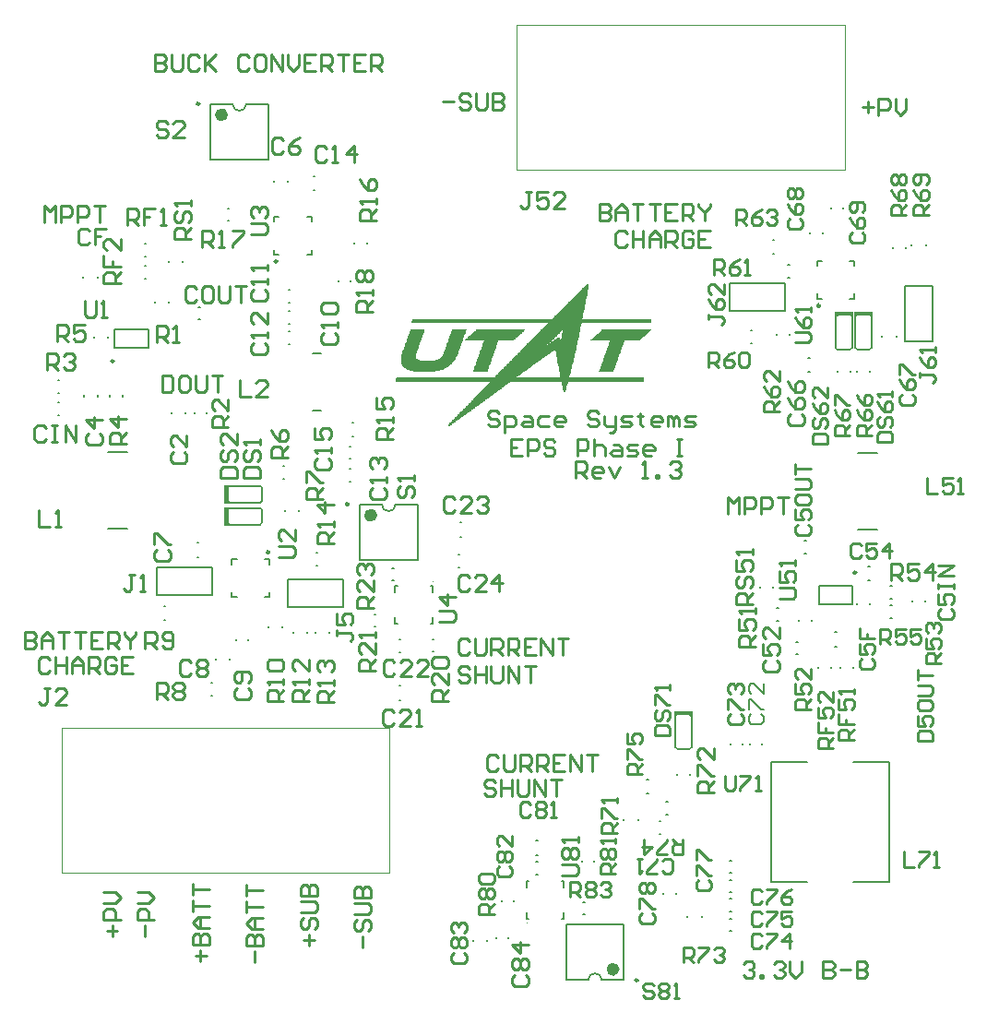
<source format=gto>
%FSLAX42Y42*%
%MOMM*%
G71*
G01*
G75*
%ADD10R,2.15X5.50*%
%ADD11R,3.00X7.50*%
%ADD12R,3.50X3.80*%
%ADD13O,0.25X0.70*%
%ADD14O,0.70X0.25*%
%ADD15R,1.60X1.60*%
%ADD16O,0.45X1.70*%
%ADD17R,0.66X0.94*%
%ADD18R,0.00X0.00*%
%ADD19R,0.00X0.00*%
%ADD20R,0.84X0.66*%
%ADD21R,1.70X1.70*%
%ADD22O,0.85X0.28*%
%ADD23O,0.28X0.85*%
%ADD24R,1.40X1.05*%
%ADD25R,1.25X1.50*%
%ADD26R,0.85X1.30*%
%ADD27R,1.00X1.00*%
G04:AMPARAMS|DCode=28|XSize=0.24mm|YSize=0.6mm|CornerRadius=0.08mm|HoleSize=0mm|Usage=FLASHONLY|Rotation=0.000|XOffset=0mm|YOffset=0mm|HoleType=Round|Shape=RoundedRectangle|*
%AMROUNDEDRECTD28*
21,1,0.24,0.43,0,0,0.0*
21,1,0.07,0.60,0,0,0.0*
1,1,0.17,0.04,-0.22*
1,1,0.17,-0.04,-0.22*
1,1,0.17,-0.04,0.22*
1,1,0.17,0.04,0.22*
%
%ADD28ROUNDEDRECTD28*%
%ADD29R,2.40X1.65*%
%ADD30O,0.30X0.85*%
%ADD31R,1.45X1.15*%
%ADD32R,1.15X1.45*%
%ADD33R,1.55X1.35*%
%ADD34R,0.95X1.35*%
%ADD35R,1.30X0.85*%
%ADD36R,1.05X1.40*%
%ADD37R,1.50X1.25*%
%ADD38R,1.00X1.00*%
%ADD39R,0.94X0.66*%
%ADD40R,0.00X0.00*%
%ADD41R,0.00X0.00*%
%ADD42R,0.66X0.84*%
%ADD43R,1.35X0.95*%
%ADD44R,1.35X1.55*%
%ADD45C,1.00*%
%ADD46C,0.64*%
%ADD47C,0.51*%
%ADD48C,0.38*%
%ADD49C,0.43*%
%ADD50C,0.25*%
%ADD51C,0.46*%
%ADD52C,0.76*%
%ADD53R,0.85X0.20*%
%ADD54R,2.85X1.58*%
%ADD55C,2.10*%
%ADD56C,1.50*%
%ADD57R,1.50X1.50*%
%ADD58R,1.50X1.50*%
%ADD59C,7.00*%
%ADD60C,0.50*%
%ADD61C,0.46*%
%ADD62C,0.61*%
%ADD63C,1.02*%
%ADD64C,2.22*%
%ADD65C,1.92*%
%ADD66C,4.22*%
%ADD67C,1.22*%
%ADD68C,1.22*%
%ADD69C,1.32*%
%ADD70C,0.25*%
%ADD71C,0.20*%
%ADD72C,0.10*%
%ADD73C,0.20*%
%ADD74C,0.60*%
%ADD75C,0.05*%
%ADD76R,0.58X0.17*%
%ADD77R,0.46X1.70*%
%ADD78R,0.65X0.19*%
%ADD79R,0.19X0.65*%
%ADD80R,1.70X0.46*%
%ADD81R,0.17X0.58*%
D50*
X2159Y6007D02*
Y5855D01*
X2261D01*
X2413D02*
X2311D01*
X2413Y5956D01*
Y5982D01*
X2388Y6007D01*
X2337D01*
X2311Y5982D01*
X317Y4813D02*
Y4661D01*
X419D01*
X470D02*
X521D01*
X495D01*
Y4813D01*
X470Y4788D01*
X8255Y1676D02*
Y1537D01*
X8348D01*
X8395Y1676D02*
X8488D01*
Y1653D01*
X8395Y1560D01*
Y1537D01*
X8534D02*
X8581D01*
X8558D01*
Y1676D01*
X8534Y1653D01*
X2515Y4381D02*
X2642D01*
X2667Y4407D01*
Y4458D01*
X2642Y4483D01*
X2515D01*
X2667Y4635D02*
Y4534D01*
X2565Y4635D01*
X2540D01*
X2515Y4610D01*
Y4559D01*
X2540Y4534D01*
X737Y6731D02*
Y6604D01*
X762Y6579D01*
X813D01*
X838Y6604D01*
Y6731D01*
X889Y6579D02*
X940D01*
X914D01*
Y6731D01*
X889Y6706D01*
X1448Y6045D02*
Y5893D01*
X1524D01*
X1549Y5918D01*
Y6020D01*
X1524Y6045D01*
X1448D01*
X1676D02*
X1626D01*
X1600Y6020D01*
Y5918D01*
X1626Y5893D01*
X1676D01*
X1702Y5918D01*
Y6020D01*
X1676Y6045D01*
X1753D02*
Y5918D01*
X1778Y5893D01*
X1829D01*
X1854Y5918D01*
Y6045D01*
X1905D02*
X2006D01*
X1956D01*
Y5893D01*
X2261Y7344D02*
X2388D01*
X2413Y7369D01*
Y7420D01*
X2388Y7445D01*
X2261D01*
X2286Y7496D02*
X2261Y7521D01*
Y7572D01*
X2286Y7598D01*
X2312D01*
X2337Y7572D01*
Y7547D01*
Y7572D01*
X2362Y7598D01*
X2388D01*
X2413Y7572D01*
Y7521D01*
X2388Y7496D01*
X1715Y7296D02*
X1562D01*
Y7372D01*
X1588Y7397D01*
X1638D01*
X1664Y7372D01*
Y7296D01*
Y7347D02*
X1715Y7397D01*
X1588Y7550D02*
X1562Y7524D01*
Y7474D01*
X1588Y7448D01*
X1613D01*
X1638Y7474D01*
Y7524D01*
X1664Y7550D01*
X1689D01*
X1715Y7524D01*
Y7474D01*
X1689Y7448D01*
X1715Y7600D02*
Y7651D01*
Y7626D01*
X1562D01*
X1588Y7600D01*
X3569Y5461D02*
X3416D01*
Y5537D01*
X3442Y5563D01*
X3493D01*
X3518Y5537D01*
Y5461D01*
Y5512D02*
X3569Y5563D01*
Y5613D02*
Y5664D01*
Y5639D01*
X3416D01*
X3442Y5613D01*
X3416Y5842D02*
Y5740D01*
X3493D01*
X3467Y5791D01*
Y5816D01*
X3493Y5842D01*
X3543D01*
X3569Y5816D01*
Y5766D01*
X3543Y5740D01*
X3391Y3912D02*
X3239D01*
Y3988D01*
X3264Y4013D01*
X3315D01*
X3340Y3988D01*
Y3912D01*
Y3962D02*
X3391Y4013D01*
Y4166D02*
Y4064D01*
X3289Y4166D01*
X3264D01*
X3239Y4140D01*
Y4089D01*
X3264Y4064D01*
Y4216D02*
X3239Y4242D01*
Y4292D01*
X3264Y4318D01*
X3289D01*
X3315Y4292D01*
Y4267D01*
Y4292D01*
X3340Y4318D01*
X3366D01*
X3391Y4292D01*
Y4242D01*
X3366Y4216D01*
X419Y3175D02*
X368D01*
X394D01*
Y3048D01*
X368Y3023D01*
X343D01*
X317Y3048D01*
X571Y3023D02*
X470D01*
X571Y3124D01*
Y3150D01*
X546Y3175D01*
X495D01*
X470Y3150D01*
X1981Y5105D02*
X2134D01*
Y5182D01*
X2108Y5207D01*
X2007D01*
X1981Y5182D01*
Y5105D01*
X2007Y5359D02*
X1981Y5334D01*
Y5283D01*
X2007Y5258D01*
X2032D01*
X2057Y5283D01*
Y5334D01*
X2083Y5359D01*
X2108D01*
X2134Y5334D01*
Y5283D01*
X2108Y5258D01*
X2134Y5512D02*
Y5410D01*
X2032Y5512D01*
X2007D01*
X1981Y5486D01*
Y5435D01*
X2007Y5410D01*
X2197Y5105D02*
X2350D01*
Y5182D01*
X2324Y5207D01*
X2223D01*
X2197Y5182D01*
Y5105D01*
X2223Y5359D02*
X2197Y5334D01*
Y5283D01*
X2223Y5258D01*
X2248D01*
X2273Y5283D01*
Y5334D01*
X2299Y5359D01*
X2324D01*
X2350Y5334D01*
Y5283D01*
X2324Y5258D01*
X2350Y5410D02*
Y5461D01*
Y5435D01*
X2197D01*
X2223Y5410D01*
X3048Y3708D02*
Y3658D01*
Y3683D01*
X3175D01*
X3200Y3658D01*
Y3632D01*
X3175Y3607D01*
X3048Y3861D02*
Y3759D01*
X3124D01*
X3099Y3810D01*
Y3835D01*
X3124Y3861D01*
X3175D01*
X3200Y3835D01*
Y3785D01*
X3175Y3759D01*
X6617Y2375D02*
Y2258D01*
X6640Y2235D01*
X6687D01*
X6710Y2258D01*
Y2375D01*
X6756D02*
X6849D01*
Y2352D01*
X6756Y2258D01*
Y2235D01*
X6896D02*
X6943D01*
X6919D01*
Y2375D01*
X6896Y2352D01*
X3988Y3788D02*
X4115D01*
X4140Y3813D01*
Y3864D01*
X4115Y3889D01*
X3988D01*
X4140Y4016D02*
X3988D01*
X4064Y3940D01*
Y4042D01*
X1499Y8357D02*
X1473Y8382D01*
X1422D01*
X1397Y8357D01*
Y8331D01*
X1422Y8306D01*
X1473D01*
X1499Y8280D01*
Y8255D01*
X1473Y8230D01*
X1422D01*
X1397Y8255D01*
X1651Y8230D02*
X1549D01*
X1651Y8331D01*
Y8357D01*
X1626Y8382D01*
X1575D01*
X1549Y8357D01*
X5853Y1109D02*
X5829Y1086D01*
Y1039D01*
X5853Y1016D01*
X5946D01*
X5969Y1039D01*
Y1086D01*
X5946Y1109D01*
X5829Y1156D02*
Y1249D01*
X5853D01*
X5946Y1156D01*
X5969D01*
X5853Y1295D02*
X5829Y1319D01*
Y1365D01*
X5853Y1388D01*
X5876D01*
X5899Y1365D01*
X5922Y1388D01*
X5946D01*
X5969Y1365D01*
Y1319D01*
X5946Y1295D01*
X5922D01*
X5899Y1319D01*
X5876Y1295D01*
X5853D01*
X5899Y1319D02*
Y1365D01*
X381Y5563D02*
X356Y5588D01*
X305D01*
X279Y5563D01*
Y5461D01*
X305Y5436D01*
X356D01*
X381Y5461D01*
X432Y5588D02*
X483D01*
X457D01*
Y5436D01*
X432D01*
X483D01*
X559D02*
Y5588D01*
X660Y5436D01*
Y5588D01*
X2959Y8128D02*
X2934Y8153D01*
X2883D01*
X2858Y8128D01*
Y8026D01*
X2883Y8001D01*
X2934D01*
X2959Y8026D01*
X3010Y8001D02*
X3061D01*
X3035D01*
Y8153D01*
X3010Y8128D01*
X3213Y8001D02*
Y8153D01*
X3137Y8077D01*
X3238D01*
X783Y7371D02*
X758Y7396D01*
X707D01*
X681Y7371D01*
Y7269D01*
X707Y7244D01*
X758D01*
X783Y7269D01*
X935Y7396D02*
X834D01*
Y7320D01*
X885D01*
X834D01*
Y7244D01*
X1765Y6844D02*
X1740Y6870D01*
X1689D01*
X1664Y6844D01*
Y6743D01*
X1689Y6717D01*
X1740D01*
X1765Y6743D01*
X1892Y6870D02*
X1842D01*
X1816Y6844D01*
Y6743D01*
X1842Y6717D01*
X1892D01*
X1918Y6743D01*
Y6844D01*
X1892Y6870D01*
X1969D02*
Y6743D01*
X1994Y6717D01*
X2045D01*
X2070Y6743D01*
Y6870D01*
X2121D02*
X2222D01*
X2172D01*
Y6717D01*
X5118Y1460D02*
X5245D01*
X5271Y1486D01*
Y1537D01*
X5245Y1562D01*
X5118D01*
X5144Y1613D02*
X5118Y1638D01*
Y1689D01*
X5144Y1714D01*
X5169D01*
X5194Y1689D01*
X5220Y1714D01*
X5245D01*
X5271Y1689D01*
Y1638D01*
X5245Y1613D01*
X5220D01*
X5194Y1638D01*
X5169Y1613D01*
X5144D01*
X5194Y1638D02*
Y1689D01*
X5271Y1765D02*
Y1816D01*
Y1791D01*
X5118D01*
X5144Y1765D01*
X7264Y6350D02*
X7381D01*
X7404Y6373D01*
Y6420D01*
X7381Y6443D01*
X7264D01*
Y6583D02*
X7288Y6536D01*
X7334Y6490D01*
X7381D01*
X7404Y6513D01*
Y6559D01*
X7381Y6583D01*
X7358D01*
X7334Y6559D01*
Y6490D01*
X7404Y6629D02*
Y6676D01*
Y6653D01*
X7264D01*
X7288Y6629D01*
X7112Y4001D02*
X7239D01*
X7264Y4026D01*
Y4077D01*
X7239Y4102D01*
X7112D01*
Y4254D02*
Y4153D01*
X7188D01*
X7163Y4204D01*
Y4229D01*
X7188Y4254D01*
X7239D01*
X7264Y4229D01*
Y4178D01*
X7239Y4153D01*
X7264Y4305D02*
Y4356D01*
Y4331D01*
X7112D01*
X7137Y4305D01*
X5961Y447D02*
X5937Y470D01*
X5891D01*
X5867Y447D01*
Y423D01*
X5891Y400D01*
X5937D01*
X5961Y377D01*
Y353D01*
X5937Y330D01*
X5891D01*
X5867Y353D01*
X6007Y447D02*
X6030Y470D01*
X6077D01*
X6100Y447D01*
Y423D01*
X6077Y400D01*
X6100Y377D01*
Y353D01*
X6077Y330D01*
X6030D01*
X6007Y353D01*
Y377D01*
X6030Y400D01*
X6007Y423D01*
Y447D01*
X6030Y400D02*
X6077D01*
X6147Y330D02*
X6193D01*
X6170D01*
Y470D01*
X6147Y447D01*
X6871Y3950D02*
X6718D01*
Y4026D01*
X6744Y4051D01*
X6795D01*
X6820Y4026D01*
Y3950D01*
Y4000D02*
X6871Y4051D01*
X6744Y4204D02*
X6718Y4178D01*
Y4127D01*
X6744Y4102D01*
X6769D01*
X6795Y4127D01*
Y4178D01*
X6820Y4204D01*
X6845D01*
X6871Y4178D01*
Y4127D01*
X6845Y4102D01*
X6718Y4356D02*
Y4254D01*
X6795D01*
X6769Y4305D01*
Y4331D01*
X6795Y4356D01*
X6845D01*
X6871Y4331D01*
Y4280D01*
X6845Y4254D01*
X6871Y4407D02*
Y4458D01*
Y4432D01*
X6718D01*
X6744Y4407D01*
X7607Y2629D02*
X7468D01*
Y2699D01*
X7491Y2722D01*
X7537D01*
X7561Y2699D01*
Y2629D01*
Y2675D02*
X7607Y2722D01*
X7468Y2862D02*
Y2769D01*
X7537D01*
Y2815D01*
Y2769D01*
X7607D01*
X7468Y3001D02*
Y2908D01*
X7537D01*
X7514Y2955D01*
Y2978D01*
X7537Y3001D01*
X7584D01*
X7607Y2978D01*
Y2931D01*
X7584Y2908D01*
X7607Y3141D02*
Y3048D01*
X7514Y3141D01*
X7491D01*
X7468Y3118D01*
Y3071D01*
X7491Y3048D01*
X7798Y2705D02*
X7658D01*
Y2775D01*
X7681Y2798D01*
X7728D01*
X7751Y2775D01*
Y2705D01*
Y2752D02*
X7798Y2798D01*
X7658Y2938D02*
Y2845D01*
X7728D01*
Y2891D01*
Y2845D01*
X7798D01*
X7658Y3078D02*
Y2984D01*
X7728D01*
X7705Y3031D01*
Y3054D01*
X7728Y3078D01*
X7775D01*
X7798Y3054D01*
Y3008D01*
X7775Y2984D01*
X7798Y3124D02*
Y3171D01*
Y3147D01*
X7658D01*
X7681Y3124D01*
X5194Y1259D02*
Y1399D01*
X5264D01*
X5287Y1376D01*
Y1329D01*
X5264Y1306D01*
X5194D01*
X5241D02*
X5287Y1259D01*
X5334Y1376D02*
X5357Y1399D01*
X5404D01*
X5427Y1376D01*
Y1352D01*
X5404Y1329D01*
X5427Y1306D01*
Y1283D01*
X5404Y1259D01*
X5357D01*
X5334Y1283D01*
Y1306D01*
X5357Y1329D01*
X5334Y1352D01*
Y1376D01*
X5357Y1329D02*
X5404D01*
X5474Y1376D02*
X5497Y1399D01*
X5543D01*
X5567Y1376D01*
Y1352D01*
X5543Y1329D01*
X5520D01*
X5543D01*
X5567Y1306D01*
Y1283D01*
X5543Y1259D01*
X5497D01*
X5474Y1283D01*
X5613Y1473D02*
X5474D01*
Y1543D01*
X5497Y1566D01*
X5544D01*
X5567Y1543D01*
Y1473D01*
Y1520D02*
X5613Y1566D01*
X5497Y1613D02*
X5474Y1636D01*
Y1683D01*
X5497Y1706D01*
X5520D01*
X5544Y1683D01*
X5567Y1706D01*
X5590D01*
X5613Y1683D01*
Y1636D01*
X5590Y1613D01*
X5567D01*
X5544Y1636D01*
X5520Y1613D01*
X5497D01*
X5544Y1636D02*
Y1683D01*
X5613Y1753D02*
Y1799D01*
Y1776D01*
X5474D01*
X5497Y1753D01*
X4496Y1105D02*
X4356D01*
Y1175D01*
X4379Y1198D01*
X4426D01*
X4449Y1175D01*
Y1105D01*
Y1151D02*
X4496Y1198D01*
X4379Y1245D02*
X4356Y1268D01*
Y1314D01*
X4379Y1338D01*
X4403D01*
X4426Y1314D01*
X4449Y1338D01*
X4473D01*
X4496Y1314D01*
Y1268D01*
X4473Y1245D01*
X4449D01*
X4426Y1268D01*
X4403Y1245D01*
X4379D01*
X4426Y1268D02*
Y1314D01*
X4379Y1384D02*
X4356Y1407D01*
Y1454D01*
X4379Y1477D01*
X4473D01*
X4496Y1454D01*
Y1407D01*
X4473Y1384D01*
X4379D01*
X5855Y2388D02*
X5715D01*
Y2457D01*
X5738Y2481D01*
X5785D01*
X5808Y2457D01*
Y2388D01*
Y2434D02*
X5855Y2481D01*
X5715Y2527D02*
Y2620D01*
X5738D01*
X5831Y2527D01*
X5855D01*
X5715Y2760D02*
Y2667D01*
X5785D01*
X5762Y2713D01*
Y2737D01*
X5785Y2760D01*
X5831D01*
X5855Y2737D01*
Y2690D01*
X5831Y2667D01*
X6223Y1791D02*
Y1651D01*
X6153D01*
X6130Y1674D01*
Y1721D01*
X6153Y1744D01*
X6223D01*
X6176D02*
X6130Y1791D01*
X6083Y1651D02*
X5990D01*
Y1674D01*
X6083Y1767D01*
Y1791D01*
X5874D02*
Y1651D01*
X5944Y1721D01*
X5851D01*
X6236Y660D02*
Y800D01*
X6306D01*
X6329Y777D01*
Y730D01*
X6306Y707D01*
X6236D01*
X6282D02*
X6329Y660D01*
X6375Y800D02*
X6468D01*
Y777D01*
X6375Y684D01*
Y660D01*
X6515Y777D02*
X6538Y800D01*
X6585D01*
X6608Y777D01*
Y754D01*
X6585Y730D01*
X6562D01*
X6585D01*
X6608Y707D01*
Y684D01*
X6585Y660D01*
X6538D01*
X6515Y684D01*
X6515Y2223D02*
X6363D01*
Y2299D01*
X6388Y2324D01*
X6439D01*
X6464Y2299D01*
Y2223D01*
Y2273D02*
X6515Y2324D01*
X6363Y2375D02*
Y2476D01*
X6388D01*
X6490Y2375D01*
X6515D01*
Y2629D02*
Y2527D01*
X6414Y2629D01*
X6388D01*
X6363Y2603D01*
Y2553D01*
X6388Y2527D01*
X5626Y1845D02*
X5486D01*
Y1915D01*
X5510Y1938D01*
X5556D01*
X5580Y1915D01*
Y1845D01*
Y1892D02*
X5626Y1938D01*
X5486Y1985D02*
Y2078D01*
X5510D01*
X5603Y1985D01*
X5626D01*
Y2125D02*
Y2171D01*
Y2148D01*
X5486D01*
X5510Y2125D01*
X8484Y7518D02*
X8344D01*
Y7588D01*
X8367Y7612D01*
X8414D01*
X8437Y7588D01*
Y7518D01*
Y7565D02*
X8484Y7612D01*
X8344Y7751D02*
X8367Y7705D01*
X8414Y7658D01*
X8460D01*
X8484Y7681D01*
Y7728D01*
X8460Y7751D01*
X8437D01*
X8414Y7728D01*
Y7658D01*
X8460Y7798D02*
X8484Y7821D01*
Y7868D01*
X8460Y7891D01*
X8367D01*
X8344Y7868D01*
Y7821D01*
X8367Y7798D01*
X8390D01*
X8414Y7821D01*
Y7891D01*
X8280Y7518D02*
X8141D01*
Y7588D01*
X8164Y7612D01*
X8211D01*
X8234Y7588D01*
Y7518D01*
Y7565D02*
X8280Y7612D01*
X8141Y7751D02*
X8164Y7705D01*
X8211Y7658D01*
X8257D01*
X8280Y7681D01*
Y7728D01*
X8257Y7751D01*
X8234D01*
X8211Y7728D01*
Y7658D01*
X8164Y7798D02*
X8141Y7821D01*
Y7868D01*
X8164Y7891D01*
X8187D01*
X8211Y7868D01*
X8234Y7891D01*
X8257D01*
X8280Y7868D01*
Y7821D01*
X8257Y7798D01*
X8234D01*
X8211Y7821D01*
X8187Y7798D01*
X8164D01*
X8211Y7821D02*
Y7868D01*
X7760Y5499D02*
X7620D01*
Y5569D01*
X7643Y5592D01*
X7690D01*
X7713Y5569D01*
Y5499D01*
Y5546D02*
X7760Y5592D01*
X7620Y5732D02*
X7643Y5685D01*
X7690Y5639D01*
X7736D01*
X7760Y5662D01*
Y5709D01*
X7736Y5732D01*
X7713D01*
X7690Y5709D01*
Y5639D01*
X7620Y5778D02*
Y5872D01*
X7643D01*
X7736Y5778D01*
X7760D01*
X7963Y5499D02*
X7823D01*
Y5569D01*
X7847Y5592D01*
X7893D01*
X7916Y5569D01*
Y5499D01*
Y5546D02*
X7963Y5592D01*
X7823Y5732D02*
X7847Y5685D01*
X7893Y5639D01*
X7940D01*
X7963Y5662D01*
Y5709D01*
X7940Y5732D01*
X7916D01*
X7893Y5709D01*
Y5639D01*
X7823Y5872D02*
X7847Y5825D01*
X7893Y5778D01*
X7940D01*
X7963Y5802D01*
Y5848D01*
X7940Y5872D01*
X7916D01*
X7893Y5848D01*
Y5778D01*
X6718Y7429D02*
Y7569D01*
X6788D01*
X6811Y7546D01*
Y7499D01*
X6788Y7476D01*
X6718D01*
X6765D02*
X6811Y7429D01*
X6951Y7569D02*
X6905Y7546D01*
X6858Y7499D01*
Y7453D01*
X6881Y7429D01*
X6928D01*
X6951Y7453D01*
Y7476D01*
X6928Y7499D01*
X6858D01*
X6998Y7546D02*
X7021Y7569D01*
X7067D01*
X7091Y7546D01*
Y7523D01*
X7067Y7499D01*
X7044D01*
X7067D01*
X7091Y7476D01*
Y7453D01*
X7067Y7429D01*
X7021D01*
X6998Y7453D01*
X7112Y5715D02*
X6972D01*
Y5785D01*
X6996Y5808D01*
X7042D01*
X7065Y5785D01*
Y5715D01*
Y5762D02*
X7112Y5808D01*
X6972Y5948D02*
X6996Y5901D01*
X7042Y5855D01*
X7089D01*
X7112Y5878D01*
Y5924D01*
X7089Y5948D01*
X7065D01*
X7042Y5924D01*
Y5855D01*
X7112Y6087D02*
Y5994D01*
X7019Y6087D01*
X6996D01*
X6972Y6064D01*
Y6018D01*
X6996Y5994D01*
X6515Y6972D02*
Y7112D01*
X6585D01*
X6608Y7089D01*
Y7042D01*
X6585Y7019D01*
X6515D01*
X6562D02*
X6608Y6972D01*
X6748Y7112D02*
X6701Y7089D01*
X6655Y7042D01*
Y6996D01*
X6678Y6972D01*
X6725D01*
X6748Y6996D01*
Y7019D01*
X6725Y7042D01*
X6655D01*
X6794Y6972D02*
X6841D01*
X6818D01*
Y7112D01*
X6794Y7089D01*
X6464Y6121D02*
Y6261D01*
X6534D01*
X6557Y6238D01*
Y6191D01*
X6534Y6168D01*
X6464D01*
X6511D02*
X6557Y6121D01*
X6697Y6261D02*
X6651Y6238D01*
X6604Y6191D01*
Y6145D01*
X6627Y6121D01*
X6674D01*
X6697Y6145D01*
Y6168D01*
X6674Y6191D01*
X6604D01*
X6744Y6238D02*
X6767Y6261D01*
X6813D01*
X6837Y6238D01*
Y6145D01*
X6813Y6121D01*
X6767D01*
X6744Y6145D01*
Y6238D01*
X8039Y3581D02*
Y3721D01*
X8109D01*
X8132Y3698D01*
Y3651D01*
X8109Y3628D01*
X8039D01*
X8086D02*
X8132Y3581D01*
X8272Y3721D02*
X8179D01*
Y3651D01*
X8225Y3675D01*
X8249D01*
X8272Y3651D01*
Y3605D01*
X8249Y3581D01*
X8202D01*
X8179Y3605D01*
X8412Y3721D02*
X8318D01*
Y3651D01*
X8365Y3675D01*
X8388D01*
X8412Y3651D01*
Y3605D01*
X8388Y3581D01*
X8342D01*
X8318Y3605D01*
X8141Y4166D02*
Y4318D01*
X8217D01*
X8242Y4293D01*
Y4242D01*
X8217Y4216D01*
X8141D01*
X8191D02*
X8242Y4166D01*
X8395Y4318D02*
X8293D01*
Y4242D01*
X8344Y4267D01*
X8369D01*
X8395Y4242D01*
Y4191D01*
X8369Y4166D01*
X8318D01*
X8293Y4191D01*
X8522Y4166D02*
Y4318D01*
X8445Y4242D01*
X8547D01*
X8598Y3404D02*
X8458D01*
Y3473D01*
X8482Y3497D01*
X8528D01*
X8551Y3473D01*
Y3404D01*
Y3450D02*
X8598Y3497D01*
X8458Y3636D02*
Y3543D01*
X8528D01*
X8505Y3590D01*
Y3613D01*
X8528Y3636D01*
X8575D01*
X8598Y3613D01*
Y3567D01*
X8575Y3543D01*
X8482Y3683D02*
X8458Y3706D01*
Y3753D01*
X8482Y3776D01*
X8505D01*
X8528Y3753D01*
Y3729D01*
Y3753D01*
X8551Y3776D01*
X8575D01*
X8598Y3753D01*
Y3706D01*
X8575Y3683D01*
X7404Y2984D02*
X7264D01*
Y3054D01*
X7288Y3078D01*
X7334D01*
X7358Y3054D01*
Y2984D01*
Y3031D02*
X7404Y3078D01*
X7264Y3217D02*
Y3124D01*
X7334D01*
X7311Y3171D01*
Y3194D01*
X7334Y3217D01*
X7381D01*
X7404Y3194D01*
Y3147D01*
X7381Y3124D01*
X7404Y3357D02*
Y3264D01*
X7311Y3357D01*
X7288D01*
X7264Y3334D01*
Y3287D01*
X7288Y3264D01*
X6896Y3556D02*
X6744D01*
Y3632D01*
X6769Y3658D01*
X6820D01*
X6845Y3632D01*
Y3556D01*
Y3607D02*
X6896Y3658D01*
X6744Y3810D02*
Y3708D01*
X6820D01*
X6795Y3759D01*
Y3785D01*
X6820Y3810D01*
X6871D01*
X6896Y3785D01*
Y3734D01*
X6871Y3708D01*
X6896Y3861D02*
Y3911D01*
Y3886D01*
X6744D01*
X6769Y3861D01*
X8471Y5105D02*
Y4966D01*
X8564D01*
X8704Y5105D02*
X8611D01*
Y5036D01*
X8657Y5059D01*
X8680D01*
X8704Y5036D01*
Y4989D01*
X8680Y4966D01*
X8634D01*
X8611Y4989D01*
X8750Y4966D02*
X8797D01*
X8773D01*
Y5105D01*
X8750Y5082D01*
X6464Y6608D02*
Y6562D01*
Y6585D01*
X6581D01*
X6604Y6562D01*
Y6538D01*
X6581Y6515D01*
X6464Y6748D02*
X6488Y6701D01*
X6534Y6655D01*
X6581D01*
X6604Y6678D01*
Y6725D01*
X6581Y6748D01*
X6557D01*
X6534Y6725D01*
Y6655D01*
X6604Y6888D02*
Y6794D01*
X6511Y6888D01*
X6488D01*
X6464Y6864D01*
Y6818D01*
X6488Y6794D01*
X8407Y6075D02*
Y6028D01*
Y6052D01*
X8524D01*
X8547Y6028D01*
Y6005D01*
X8524Y5982D01*
X8407Y6214D02*
X8431Y6168D01*
X8477Y6121D01*
X8524D01*
X8547Y6145D01*
Y6191D01*
X8524Y6214D01*
X8501D01*
X8477Y6191D01*
Y6121D01*
X8547Y6261D02*
Y6308D01*
Y6284D01*
X8407D01*
X8431Y6261D01*
X4839Y7734D02*
X4788D01*
X4813D01*
Y7607D01*
X4788Y7582D01*
X4762D01*
X4737Y7607D01*
X4991Y7734D02*
X4889D01*
Y7658D01*
X4940Y7683D01*
X4966D01*
X4991Y7658D01*
Y7607D01*
X4966Y7582D01*
X4915D01*
X4889Y7607D01*
X5143Y7582D02*
X5042D01*
X5143Y7683D01*
Y7709D01*
X5118Y7734D01*
X5067D01*
X5042Y7709D01*
X5969Y2743D02*
X6109D01*
Y2813D01*
X6085Y2836D01*
X5992D01*
X5969Y2813D01*
Y2743D01*
X5992Y2976D02*
X5969Y2953D01*
Y2906D01*
X5992Y2883D01*
X6016D01*
X6039Y2906D01*
Y2953D01*
X6062Y2976D01*
X6085D01*
X6109Y2953D01*
Y2906D01*
X6085Y2883D01*
X5969Y3023D02*
Y3116D01*
X5992D01*
X6085Y3023D01*
X6109D01*
Y3162D02*
Y3209D01*
Y3185D01*
X5969D01*
X5992Y3162D01*
X7417Y5423D02*
X7557D01*
Y5493D01*
X7533Y5516D01*
X7440D01*
X7417Y5493D01*
Y5423D01*
X7440Y5656D02*
X7417Y5632D01*
Y5586D01*
X7440Y5563D01*
X7463D01*
X7487Y5586D01*
Y5632D01*
X7510Y5656D01*
X7533D01*
X7557Y5632D01*
Y5586D01*
X7533Y5563D01*
X7417Y5795D02*
X7440Y5749D01*
X7487Y5702D01*
X7533D01*
X7557Y5725D01*
Y5772D01*
X7533Y5795D01*
X7510D01*
X7487Y5772D01*
Y5702D01*
X7557Y5935D02*
Y5842D01*
X7463Y5935D01*
X7440D01*
X7417Y5912D01*
Y5865D01*
X7440Y5842D01*
X8014Y5436D02*
X8153D01*
Y5505D01*
X8130Y5529D01*
X8037D01*
X8014Y5505D01*
Y5436D01*
X8037Y5668D02*
X8014Y5645D01*
Y5599D01*
X8037Y5575D01*
X8060D01*
X8084Y5599D01*
Y5645D01*
X8107Y5668D01*
X8130D01*
X8153Y5645D01*
Y5599D01*
X8130Y5575D01*
X8014Y5808D02*
X8037Y5761D01*
X8084Y5715D01*
X8130D01*
X8153Y5738D01*
Y5785D01*
X8130Y5808D01*
X8107D01*
X8084Y5785D01*
Y5715D01*
X8153Y5855D02*
Y5901D01*
Y5878D01*
X8014D01*
X8037Y5855D01*
X8382Y2692D02*
X8522D01*
Y2762D01*
X8498Y2786D01*
X8405D01*
X8382Y2762D01*
Y2692D01*
Y2925D02*
Y2832D01*
X8452D01*
X8429Y2879D01*
Y2902D01*
X8452Y2925D01*
X8498D01*
X8522Y2902D01*
Y2855D01*
X8498Y2832D01*
X8382Y3042D02*
Y2995D01*
X8405Y2972D01*
X8498D01*
X8522Y2995D01*
Y3042D01*
X8498Y3065D01*
X8405D01*
X8382Y3042D01*
Y3111D02*
X8498D01*
X8522Y3135D01*
Y3181D01*
X8498Y3204D01*
X8382D01*
Y3251D02*
Y3344D01*
Y3298D01*
X8522D01*
X4686Y546D02*
X4661Y521D01*
Y470D01*
X4686Y445D01*
X4788D01*
X4813Y470D01*
Y521D01*
X4788Y546D01*
X4686Y597D02*
X4661Y622D01*
Y673D01*
X4686Y698D01*
X4712D01*
X4737Y673D01*
X4763Y698D01*
X4788D01*
X4813Y673D01*
Y622D01*
X4788Y597D01*
X4763D01*
X4737Y622D01*
X4712Y597D01*
X4686D01*
X4737Y622D02*
Y673D01*
X4813Y825D02*
X4661D01*
X4737Y749D01*
Y851D01*
X4125Y747D02*
X4102Y724D01*
Y677D01*
X4125Y654D01*
X4218D01*
X4242Y677D01*
Y724D01*
X4218Y747D01*
X4125Y794D02*
X4102Y817D01*
Y863D01*
X4125Y887D01*
X4148D01*
X4172Y863D01*
X4195Y887D01*
X4218D01*
X4242Y863D01*
Y817D01*
X4218Y794D01*
X4195D01*
X4172Y817D01*
X4148Y794D01*
X4125D01*
X4172Y817D02*
Y863D01*
X4125Y933D02*
X4102Y957D01*
Y1003D01*
X4125Y1026D01*
X4148D01*
X4172Y1003D01*
Y980D01*
Y1003D01*
X4195Y1026D01*
X4218D01*
X4242Y1003D01*
Y957D01*
X4218Y933D01*
X4545Y1541D02*
X4521Y1518D01*
Y1471D01*
X4545Y1448D01*
X4638D01*
X4661Y1471D01*
Y1518D01*
X4638Y1541D01*
X4545Y1587D02*
X4521Y1611D01*
Y1657D01*
X4545Y1681D01*
X4568D01*
X4591Y1657D01*
X4614Y1681D01*
X4638D01*
X4661Y1657D01*
Y1611D01*
X4638Y1587D01*
X4614D01*
X4591Y1611D01*
X4568Y1587D01*
X4545D01*
X4591Y1611D02*
Y1657D01*
X4661Y1820D02*
Y1727D01*
X4568Y1820D01*
X4545D01*
X4521Y1797D01*
Y1750D01*
X4545Y1727D01*
X4830Y2110D02*
X4807Y2134D01*
X4760D01*
X4737Y2110D01*
Y2017D01*
X4760Y1994D01*
X4807D01*
X4830Y2017D01*
X4877Y2110D02*
X4900Y2134D01*
X4947D01*
X4970Y2110D01*
Y2087D01*
X4947Y2064D01*
X4970Y2040D01*
Y2017D01*
X4947Y1994D01*
X4900D01*
X4877Y2017D01*
Y2040D01*
X4900Y2064D01*
X4877Y2087D01*
Y2110D01*
X4900Y2064D02*
X4947D01*
X5016Y1994D02*
X5063D01*
X5040D01*
Y2134D01*
X5016Y2110D01*
X6373Y1414D02*
X6350Y1391D01*
Y1344D01*
X6373Y1321D01*
X6466D01*
X6490Y1344D01*
Y1391D01*
X6466Y1414D01*
X6350Y1460D02*
Y1554D01*
X6373D01*
X6466Y1460D01*
X6490D01*
X6350Y1600D02*
Y1693D01*
X6373D01*
X6466Y1600D01*
X6490D01*
X6951Y1310D02*
X6928Y1333D01*
X6881D01*
X6858Y1310D01*
Y1217D01*
X6881Y1194D01*
X6928D01*
X6951Y1217D01*
X6998Y1333D02*
X7091D01*
Y1310D01*
X6998Y1217D01*
Y1194D01*
X7230Y1333D02*
X7184Y1310D01*
X7137Y1264D01*
Y1217D01*
X7161Y1194D01*
X7207D01*
X7230Y1217D01*
Y1240D01*
X7207Y1264D01*
X7137D01*
X6951Y1107D02*
X6928Y1130D01*
X6881D01*
X6858Y1107D01*
Y1014D01*
X6881Y991D01*
X6928D01*
X6951Y1014D01*
X6998Y1130D02*
X7091D01*
Y1107D01*
X6998Y1014D01*
Y991D01*
X7230Y1130D02*
X7137D01*
Y1060D01*
X7184Y1084D01*
X7207D01*
X7230Y1060D01*
Y1014D01*
X7207Y991D01*
X7161D01*
X7137Y1014D01*
X6951Y904D02*
X6928Y927D01*
X6881D01*
X6858Y904D01*
Y811D01*
X6881Y787D01*
X6928D01*
X6951Y811D01*
X6998Y927D02*
X7091D01*
Y904D01*
X6998Y811D01*
Y787D01*
X7207D02*
Y927D01*
X7137Y857D01*
X7230D01*
X6665Y2938D02*
X6642Y2915D01*
Y2868D01*
X6665Y2845D01*
X6759D01*
X6782Y2868D01*
Y2915D01*
X6759Y2938D01*
X6642Y2984D02*
Y3078D01*
X6665D01*
X6759Y2984D01*
X6782D01*
X6665Y3124D02*
X6642Y3147D01*
Y3194D01*
X6665Y3217D01*
X6689D01*
X6712Y3194D01*
Y3171D01*
Y3194D01*
X6735Y3217D01*
X6759D01*
X6782Y3194D01*
Y3147D01*
X6759Y3124D01*
X6041Y1497D02*
X6064Y1473D01*
X6111D01*
X6134Y1497D01*
Y1590D01*
X6111Y1613D01*
X6064D01*
X6041Y1590D01*
X5994Y1473D02*
X5901D01*
Y1497D01*
X5994Y1590D01*
Y1613D01*
X5855D02*
X5808D01*
X5832D01*
Y1473D01*
X5855Y1497D01*
X7783Y7358D02*
X7760Y7334D01*
Y7288D01*
X7783Y7264D01*
X7876D01*
X7899Y7288D01*
Y7334D01*
X7876Y7358D01*
X7760Y7497D02*
X7783Y7451D01*
X7830Y7404D01*
X7876D01*
X7899Y7427D01*
Y7474D01*
X7876Y7497D01*
X7853D01*
X7830Y7474D01*
Y7404D01*
X7876Y7544D02*
X7899Y7567D01*
Y7614D01*
X7876Y7637D01*
X7783D01*
X7760Y7614D01*
Y7567D01*
X7783Y7544D01*
X7806D01*
X7830Y7567D01*
Y7637D01*
X7212Y7485D02*
X7188Y7461D01*
Y7415D01*
X7212Y7391D01*
X7305D01*
X7328Y7415D01*
Y7461D01*
X7305Y7485D01*
X7188Y7624D02*
X7212Y7578D01*
X7258Y7531D01*
X7305D01*
X7328Y7554D01*
Y7601D01*
X7305Y7624D01*
X7281D01*
X7258Y7601D01*
Y7531D01*
X7212Y7671D02*
X7188Y7694D01*
Y7741D01*
X7212Y7764D01*
X7235D01*
X7258Y7741D01*
X7281Y7764D01*
X7305D01*
X7328Y7741D01*
Y7694D01*
X7305Y7671D01*
X7281D01*
X7258Y7694D01*
X7235Y7671D01*
X7212D01*
X7258Y7694D02*
Y7741D01*
X8240Y5872D02*
X8217Y5848D01*
Y5802D01*
X8240Y5778D01*
X8333D01*
X8357Y5802D01*
Y5848D01*
X8333Y5872D01*
X8217Y6011D02*
X8240Y5965D01*
X8287Y5918D01*
X8333D01*
X8357Y5941D01*
Y5988D01*
X8333Y6011D01*
X8310D01*
X8287Y5988D01*
Y5918D01*
X8217Y6058D02*
Y6151D01*
X8240D01*
X8333Y6058D01*
X8357D01*
X7214Y5690D02*
X7188Y5664D01*
Y5613D01*
X7214Y5588D01*
X7315D01*
X7341Y5613D01*
Y5664D01*
X7315Y5690D01*
X7188Y5842D02*
X7214Y5791D01*
X7264Y5740D01*
X7315D01*
X7341Y5766D01*
Y5817D01*
X7315Y5842D01*
X7290D01*
X7264Y5817D01*
Y5740D01*
X7188Y5994D02*
X7214Y5943D01*
X7264Y5893D01*
X7315D01*
X7341Y5918D01*
Y5969D01*
X7315Y5994D01*
X7290D01*
X7264Y5969D01*
Y5893D01*
X7866Y4485D02*
X7842Y4508D01*
X7796D01*
X7772Y4485D01*
Y4392D01*
X7796Y4369D01*
X7842D01*
X7866Y4392D01*
X8005Y4508D02*
X7912D01*
Y4439D01*
X7959Y4462D01*
X7982D01*
X8005Y4439D01*
Y4392D01*
X7982Y4369D01*
X7935D01*
X7912Y4392D01*
X8122Y4369D02*
Y4508D01*
X8052Y4439D01*
X8145D01*
X6985Y3429D02*
X6960Y3404D01*
Y3353D01*
X6985Y3327D01*
X7087D01*
X7112Y3353D01*
Y3404D01*
X7087Y3429D01*
X6960Y3581D02*
Y3480D01*
X7036D01*
X7010Y3531D01*
Y3556D01*
X7036Y3581D01*
X7087D01*
X7112Y3556D01*
Y3505D01*
X7087Y3480D01*
X7112Y3734D02*
Y3632D01*
X7010Y3734D01*
X6985D01*
X6960Y3708D01*
Y3657D01*
X6985Y3632D01*
X7288Y4676D02*
X7264Y4653D01*
Y4606D01*
X7288Y4583D01*
X7381D01*
X7404Y4606D01*
Y4653D01*
X7381Y4676D01*
X7264Y4815D02*
Y4722D01*
X7334D01*
X7311Y4769D01*
Y4792D01*
X7334Y4815D01*
X7381D01*
X7404Y4792D01*
Y4746D01*
X7381Y4722D01*
X7264Y4932D02*
Y4885D01*
X7288Y4862D01*
X7381D01*
X7404Y4885D01*
Y4932D01*
X7381Y4955D01*
X7288D01*
X7264Y4932D01*
Y5002D02*
X7381D01*
X7404Y5025D01*
Y5071D01*
X7381Y5095D01*
X7264D01*
Y5141D02*
Y5234D01*
Y5188D01*
X7404D01*
X8596Y3903D02*
X8573Y3880D01*
Y3833D01*
X8596Y3810D01*
X8689D01*
X8712Y3833D01*
Y3880D01*
X8689Y3903D01*
X8573Y4043D02*
Y3950D01*
X8642D01*
X8619Y3996D01*
Y4019D01*
X8642Y4043D01*
X8689D01*
X8712Y4019D01*
Y3973D01*
X8689Y3950D01*
X8573Y4089D02*
Y4136D01*
Y4113D01*
X8712D01*
Y4089D01*
Y4136D01*
Y4206D02*
X8573D01*
X8712Y4299D01*
X8573D01*
X7872Y3446D02*
X7849Y3423D01*
Y3376D01*
X7872Y3353D01*
X7965D01*
X7988Y3376D01*
Y3423D01*
X7965Y3446D01*
X7849Y3586D02*
Y3492D01*
X7918D01*
X7895Y3539D01*
Y3562D01*
X7918Y3586D01*
X7965D01*
X7988Y3562D01*
Y3516D01*
X7965Y3492D01*
X7849Y3725D02*
Y3632D01*
X7918D01*
Y3679D01*
Y3632D01*
X7988D01*
X1550Y5346D02*
X1524Y5320D01*
Y5270D01*
X1550Y5244D01*
X1651D01*
X1676Y5270D01*
Y5320D01*
X1651Y5346D01*
X1676Y5498D02*
Y5397D01*
X1575Y5498D01*
X1550D01*
X1524Y5473D01*
Y5422D01*
X1550Y5397D01*
X775Y5512D02*
X749Y5486D01*
Y5436D01*
X775Y5410D01*
X876D01*
X902Y5436D01*
Y5486D01*
X876Y5512D01*
X902Y5639D02*
X749D01*
X826Y5563D01*
Y5664D01*
X2564Y8207D02*
X2538Y8232D01*
X2487D01*
X2462Y8207D01*
Y8105D01*
X2487Y8080D01*
X2538D01*
X2564Y8105D01*
X2716Y8232D02*
X2665Y8207D01*
X2614Y8156D01*
Y8105D01*
X2640Y8080D01*
X2691D01*
X2716Y8105D01*
Y8131D01*
X2691Y8156D01*
X2614D01*
X1397Y4448D02*
X1372Y4423D01*
Y4372D01*
X1397Y4346D01*
X1499D01*
X1524Y4372D01*
Y4423D01*
X1499Y4448D01*
X1372Y4499D02*
Y4600D01*
X1397D01*
X1499Y4499D01*
X1524D01*
X1714Y3416D02*
X1689Y3442D01*
X1638D01*
X1613Y3416D01*
Y3315D01*
X1638Y3289D01*
X1689D01*
X1714Y3315D01*
X1765Y3416D02*
X1791Y3442D01*
X1841D01*
X1867Y3416D01*
Y3391D01*
X1841Y3365D01*
X1867Y3340D01*
Y3315D01*
X1841Y3289D01*
X1791D01*
X1765Y3315D01*
Y3340D01*
X1791Y3365D01*
X1765Y3391D01*
Y3416D01*
X1791Y3365D02*
X1841D01*
X2134Y3175D02*
X2108Y3150D01*
Y3099D01*
X2134Y3073D01*
X2235D01*
X2261Y3099D01*
Y3150D01*
X2235Y3175D01*
Y3226D02*
X2261Y3251D01*
Y3302D01*
X2235Y3327D01*
X2134D01*
X2108Y3302D01*
Y3251D01*
X2134Y3226D01*
X2159D01*
X2184Y3251D01*
Y3327D01*
X2934Y6439D02*
X2908Y6413D01*
Y6363D01*
X2934Y6337D01*
X3035D01*
X3061Y6363D01*
Y6413D01*
X3035Y6439D01*
X3061Y6490D02*
Y6540D01*
Y6515D01*
X2908D01*
X2934Y6490D01*
Y6617D02*
X2908Y6642D01*
Y6693D01*
X2934Y6718D01*
X3035D01*
X3061Y6693D01*
Y6642D01*
X3035Y6617D01*
X2934D01*
X2286Y6833D02*
X2261Y6807D01*
Y6756D01*
X2286Y6731D01*
X2388D01*
X2413Y6756D01*
Y6807D01*
X2388Y6833D01*
X2413Y6883D02*
Y6934D01*
Y6909D01*
X2261D01*
X2286Y6883D01*
X2413Y7010D02*
Y7061D01*
Y7036D01*
X2261D01*
X2286Y7010D01*
X2286Y6340D02*
X2261Y6315D01*
Y6264D01*
X2286Y6239D01*
X2388D01*
X2413Y6264D01*
Y6315D01*
X2388Y6340D01*
X2413Y6391D02*
Y6442D01*
Y6416D01*
X2261D01*
X2286Y6391D01*
X2413Y6620D02*
Y6518D01*
X2312Y6620D01*
X2286D01*
X2261Y6594D01*
Y6543D01*
X2286Y6518D01*
X3378Y5016D02*
X3353Y4991D01*
Y4940D01*
X3378Y4915D01*
X3480D01*
X3505Y4940D01*
Y4991D01*
X3480Y5016D01*
X3505Y5067D02*
Y5118D01*
Y5093D01*
X3353D01*
X3378Y5067D01*
Y5194D02*
X3353Y5220D01*
Y5270D01*
X3378Y5296D01*
X3404D01*
X3429Y5270D01*
Y5245D01*
Y5270D01*
X3454Y5296D01*
X3480D01*
X3505Y5270D01*
Y5220D01*
X3480Y5194D01*
X2870Y5283D02*
X2845Y5258D01*
Y5207D01*
X2870Y5182D01*
X2972D01*
X2997Y5207D01*
Y5258D01*
X2972Y5283D01*
X2997Y5334D02*
Y5385D01*
Y5359D01*
X2845D01*
X2870Y5334D01*
X2845Y5562D02*
Y5461D01*
X2921D01*
X2896Y5512D01*
Y5537D01*
X2921Y5562D01*
X2972D01*
X2997Y5537D01*
Y5486D01*
X2972Y5461D01*
X3580Y2957D02*
X3555Y2982D01*
X3504D01*
X3479Y2957D01*
Y2855D01*
X3504Y2830D01*
X3555D01*
X3580Y2855D01*
X3733Y2830D02*
X3631D01*
X3733Y2932D01*
Y2957D01*
X3707Y2982D01*
X3656D01*
X3631Y2957D01*
X3783Y2830D02*
X3834D01*
X3809D01*
Y2982D01*
X3783Y2957D01*
X3581Y3416D02*
X3556Y3442D01*
X3505D01*
X3480Y3416D01*
Y3315D01*
X3505Y3289D01*
X3556D01*
X3581Y3315D01*
X3734Y3289D02*
X3632D01*
X3734Y3391D01*
Y3416D01*
X3708Y3442D01*
X3658D01*
X3632Y3416D01*
X3886Y3289D02*
X3785D01*
X3886Y3391D01*
Y3416D01*
X3861Y3442D01*
X3810D01*
X3785Y3416D01*
X4139Y4913D02*
X4114Y4938D01*
X4063D01*
X4037Y4913D01*
Y4811D01*
X4063Y4786D01*
X4114D01*
X4139Y4811D01*
X4291Y4786D02*
X4190D01*
X4291Y4887D01*
Y4913D01*
X4266Y4938D01*
X4215D01*
X4190Y4913D01*
X4342D02*
X4368Y4938D01*
X4418D01*
X4444Y4913D01*
Y4887D01*
X4418Y4862D01*
X4393D01*
X4418D01*
X4444Y4837D01*
Y4811D01*
X4418Y4786D01*
X4368D01*
X4342Y4811D01*
X4267Y4191D02*
X4242Y4216D01*
X4191D01*
X4166Y4191D01*
Y4089D01*
X4191Y4064D01*
X4242D01*
X4267Y4089D01*
X4420Y4064D02*
X4318D01*
X4420Y4166D01*
Y4191D01*
X4394Y4216D01*
X4343D01*
X4318Y4191D01*
X4546Y4064D02*
Y4216D01*
X4470Y4140D01*
X4572D01*
X1194Y4216D02*
X1143D01*
X1168D01*
Y4089D01*
X1143Y4064D01*
X1118D01*
X1092Y4089D01*
X1245Y4064D02*
X1295D01*
X1270D01*
Y4216D01*
X1245Y4191D01*
X1397Y6350D02*
Y6502D01*
X1473D01*
X1499Y6477D01*
Y6426D01*
X1473Y6401D01*
X1397D01*
X1448D02*
X1499Y6350D01*
X1549D02*
X1600D01*
X1575D01*
Y6502D01*
X1549Y6477D01*
X2057Y5574D02*
X1905D01*
Y5651D01*
X1931Y5676D01*
X1981D01*
X2007Y5651D01*
Y5574D01*
Y5625D02*
X2057Y5676D01*
Y5828D02*
Y5727D01*
X1956Y5828D01*
X1931D01*
X1905Y5803D01*
Y5752D01*
X1931Y5727D01*
X394Y6096D02*
Y6248D01*
X470D01*
X495Y6223D01*
Y6172D01*
X470Y6147D01*
X394D01*
X444D02*
X495Y6096D01*
X546Y6223D02*
X571Y6248D01*
X622D01*
X648Y6223D01*
Y6198D01*
X622Y6172D01*
X597D01*
X622D01*
X648Y6147D01*
Y6121D01*
X622Y6096D01*
X571D01*
X546Y6121D01*
X1118Y5422D02*
X965D01*
Y5498D01*
X991Y5524D01*
X1042D01*
X1067Y5498D01*
Y5422D01*
Y5473D02*
X1118Y5524D01*
Y5651D02*
X965D01*
X1042Y5574D01*
Y5676D01*
X483Y6363D02*
Y6515D01*
X559D01*
X584Y6490D01*
Y6439D01*
X559Y6413D01*
X483D01*
X533D02*
X584Y6363D01*
X737Y6515D02*
X635D01*
Y6439D01*
X686Y6464D01*
X711D01*
X737Y6439D01*
Y6388D01*
X711Y6363D01*
X660D01*
X635Y6388D01*
X2603Y5296D02*
X2451D01*
Y5372D01*
X2477Y5397D01*
X2527D01*
X2553Y5372D01*
Y5296D01*
Y5347D02*
X2603Y5397D01*
X2451Y5550D02*
X2477Y5499D01*
X2527Y5448D01*
X2578D01*
X2603Y5474D01*
Y5524D01*
X2578Y5550D01*
X2553D01*
X2527Y5524D01*
Y5448D01*
X2921Y4915D02*
X2769D01*
Y4991D01*
X2794Y5016D01*
X2845D01*
X2870Y4991D01*
Y4915D01*
Y4966D02*
X2921Y5016D01*
X2769Y5067D02*
Y5169D01*
X2794D01*
X2896Y5067D01*
X2921D01*
X1397Y3073D02*
Y3226D01*
X1473D01*
X1499Y3200D01*
Y3150D01*
X1473Y3124D01*
X1397D01*
X1448D02*
X1499Y3073D01*
X1549Y3200D02*
X1575Y3226D01*
X1626D01*
X1651Y3200D01*
Y3175D01*
X1626Y3150D01*
X1651Y3124D01*
Y3099D01*
X1626Y3073D01*
X1575D01*
X1549Y3099D01*
Y3124D01*
X1575Y3150D01*
X1549Y3175D01*
Y3200D01*
X1575Y3150D02*
X1626D01*
X1295Y3543D02*
Y3696D01*
X1372D01*
X1397Y3670D01*
Y3619D01*
X1372Y3594D01*
X1295D01*
X1346D02*
X1397Y3543D01*
X1448Y3569D02*
X1473Y3543D01*
X1524D01*
X1549Y3569D01*
Y3670D01*
X1524Y3696D01*
X1473D01*
X1448Y3670D01*
Y3645D01*
X1473Y3619D01*
X1549D01*
X2565Y3061D02*
X2413D01*
Y3137D01*
X2438Y3162D01*
X2489D01*
X2515Y3137D01*
Y3061D01*
Y3111D02*
X2565Y3162D01*
Y3213D02*
Y3264D01*
Y3238D01*
X2413D01*
X2438Y3213D01*
Y3340D02*
X2413Y3365D01*
Y3416D01*
X2438Y3442D01*
X2540D01*
X2565Y3416D01*
Y3365D01*
X2540Y3340D01*
X2438D01*
X2794Y3061D02*
X2642D01*
Y3137D01*
X2667Y3162D01*
X2718D01*
X2743Y3137D01*
Y3061D01*
Y3111D02*
X2794Y3162D01*
Y3213D02*
Y3264D01*
Y3238D01*
X2642D01*
X2667Y3213D01*
X2794Y3442D02*
Y3340D01*
X2692Y3442D01*
X2667D01*
X2642Y3416D01*
Y3365D01*
X2667Y3340D01*
X3023Y3048D02*
X2870D01*
Y3124D01*
X2896Y3150D01*
X2946D01*
X2972Y3124D01*
Y3048D01*
Y3099D02*
X3023Y3150D01*
Y3200D02*
Y3251D01*
Y3226D01*
X2870D01*
X2896Y3200D01*
Y3327D02*
X2870Y3353D01*
Y3403D01*
X2896Y3429D01*
X2921D01*
X2946Y3403D01*
Y3378D01*
Y3403D01*
X2972Y3429D01*
X2997D01*
X3023Y3403D01*
Y3353D01*
X2997Y3327D01*
X3023Y4508D02*
X2870D01*
Y4585D01*
X2896Y4610D01*
X2946D01*
X2972Y4585D01*
Y4508D01*
Y4559D02*
X3023Y4610D01*
Y4661D02*
Y4712D01*
Y4686D01*
X2870D01*
X2896Y4661D01*
X3023Y4864D02*
X2870D01*
X2946Y4788D01*
Y4889D01*
X3416Y7468D02*
X3264D01*
Y7544D01*
X3289Y7569D01*
X3340D01*
X3366Y7544D01*
Y7468D01*
Y7518D02*
X3416Y7569D01*
Y7620D02*
Y7671D01*
Y7645D01*
X3264D01*
X3289Y7620D01*
X3264Y7848D02*
X3289Y7798D01*
X3340Y7747D01*
X3391D01*
X3416Y7772D01*
Y7823D01*
X3391Y7848D01*
X3366D01*
X3340Y7823D01*
Y7747D01*
X1816Y7226D02*
Y7379D01*
X1892D01*
X1918Y7353D01*
Y7302D01*
X1892Y7277D01*
X1816D01*
X1867D02*
X1918Y7226D01*
X1968D02*
X2019D01*
X1994D01*
Y7379D01*
X1968Y7353D01*
X2095Y7379D02*
X2197D01*
Y7353D01*
X2095Y7252D01*
Y7226D01*
X3378Y6632D02*
X3226D01*
Y6709D01*
X3251Y6734D01*
X3302D01*
X3328Y6709D01*
Y6632D01*
Y6683D02*
X3378Y6734D01*
Y6785D02*
Y6836D01*
Y6810D01*
X3226D01*
X3251Y6785D01*
Y6912D02*
X3226Y6937D01*
Y6988D01*
X3251Y7013D01*
X3277D01*
X3302Y6988D01*
X3328Y7013D01*
X3353D01*
X3378Y6988D01*
Y6937D01*
X3353Y6912D01*
X3328D01*
X3302Y6937D01*
X3277Y6912D01*
X3251D01*
X3302Y6937D02*
Y6988D01*
X4077Y3061D02*
X3924D01*
Y3137D01*
X3950Y3162D01*
X4001D01*
X4026Y3137D01*
Y3061D01*
Y3111D02*
X4077Y3162D01*
Y3315D02*
Y3213D01*
X3975Y3315D01*
X3950D01*
X3924Y3289D01*
Y3238D01*
X3950Y3213D01*
Y3365D02*
X3924Y3391D01*
Y3442D01*
X3950Y3467D01*
X4051D01*
X4077Y3442D01*
Y3391D01*
X4051Y3365D01*
X3950D01*
X3404Y3340D02*
X3251D01*
Y3416D01*
X3277Y3442D01*
X3327D01*
X3353Y3416D01*
Y3340D01*
Y3391D02*
X3404Y3442D01*
Y3594D02*
Y3492D01*
X3302Y3594D01*
X3277D01*
X3251Y3569D01*
Y3518D01*
X3277Y3492D01*
X3404Y3645D02*
Y3696D01*
Y3670D01*
X3251D01*
X3277Y3645D01*
X1130Y7429D02*
Y7582D01*
X1206D01*
X1232Y7556D01*
Y7506D01*
X1206Y7480D01*
X1130D01*
X1181D02*
X1232Y7429D01*
X1384Y7582D02*
X1283D01*
Y7506D01*
X1333D01*
X1283D01*
Y7429D01*
X1435D02*
X1486D01*
X1460D01*
Y7582D01*
X1435Y7556D01*
X1067Y6896D02*
X914D01*
Y6972D01*
X940Y6998D01*
X991D01*
X1016Y6972D01*
Y6896D01*
Y6947D02*
X1067Y6998D01*
X914Y7150D02*
Y7048D01*
X991D01*
Y7099D01*
Y7048D01*
X1067D01*
Y7302D02*
Y7201D01*
X965Y7302D01*
X940D01*
X914Y7277D01*
Y7226D01*
X940Y7201D01*
X3632Y5032D02*
X3607Y5007D01*
Y4956D01*
X3632Y4931D01*
X3658D01*
X3683Y4956D01*
Y5007D01*
X3709Y5032D01*
X3734D01*
X3759Y5007D01*
Y4956D01*
X3734Y4931D01*
X3759Y5083D02*
Y5134D01*
Y5108D01*
X3607D01*
X3632Y5083D01*
X4540Y5702D02*
X4515Y5728D01*
X4464D01*
X4439Y5702D01*
Y5677D01*
X4464Y5652D01*
X4515D01*
X4540Y5626D01*
Y5601D01*
X4515Y5576D01*
X4464D01*
X4439Y5601D01*
X4591Y5525D02*
Y5677D01*
X4667D01*
X4692Y5652D01*
Y5601D01*
X4667Y5576D01*
X4591D01*
X4769Y5677D02*
X4819D01*
X4845Y5652D01*
Y5576D01*
X4769D01*
X4743Y5601D01*
X4769Y5626D01*
X4845D01*
X4997Y5677D02*
X4921D01*
X4896Y5652D01*
Y5601D01*
X4921Y5576D01*
X4997D01*
X5124D02*
X5073D01*
X5048Y5601D01*
Y5652D01*
X5073Y5677D01*
X5124D01*
X5149Y5652D01*
Y5626D01*
X5048D01*
X5454Y5702D02*
X5429Y5728D01*
X5378D01*
X5353Y5702D01*
Y5677D01*
X5378Y5652D01*
X5429D01*
X5454Y5626D01*
Y5601D01*
X5429Y5576D01*
X5378D01*
X5353Y5601D01*
X5505Y5677D02*
Y5601D01*
X5530Y5576D01*
X5607D01*
Y5550D01*
X5581Y5525D01*
X5556D01*
X5607Y5576D02*
Y5677D01*
X5657Y5576D02*
X5734D01*
X5759Y5601D01*
X5734Y5626D01*
X5683D01*
X5657Y5652D01*
X5683Y5677D01*
X5759D01*
X5835Y5702D02*
Y5677D01*
X5810D01*
X5860D01*
X5835D01*
Y5601D01*
X5860Y5576D01*
X6013D02*
X5962D01*
X5937Y5601D01*
Y5652D01*
X5962Y5677D01*
X6013D01*
X6038Y5652D01*
Y5626D01*
X5937D01*
X6089Y5576D02*
Y5677D01*
X6114D01*
X6140Y5652D01*
Y5576D01*
Y5652D01*
X6165Y5677D01*
X6191Y5652D01*
Y5576D01*
X6241D02*
X6318D01*
X6343Y5601D01*
X6318Y5626D01*
X6267D01*
X6241Y5652D01*
X6267Y5677D01*
X6343D01*
X4750Y5461D02*
X4648D01*
Y5309D01*
X4750D01*
X4648Y5385D02*
X4699D01*
X4801Y5309D02*
Y5461D01*
X4877D01*
X4902Y5436D01*
Y5385D01*
X4877Y5359D01*
X4801D01*
X5054Y5436D02*
X5029Y5461D01*
X4978D01*
X4953Y5436D01*
Y5410D01*
X4978Y5385D01*
X5029D01*
X5054Y5359D01*
Y5334D01*
X5029Y5309D01*
X4978D01*
X4953Y5334D01*
X5258Y5309D02*
Y5461D01*
X5334D01*
X5359Y5436D01*
Y5385D01*
X5334Y5359D01*
X5258D01*
X5410Y5461D02*
Y5309D01*
Y5385D01*
X5435Y5410D01*
X5486D01*
X5512Y5385D01*
Y5309D01*
X5588Y5410D02*
X5638D01*
X5664Y5385D01*
Y5309D01*
X5588D01*
X5562Y5334D01*
X5588Y5359D01*
X5664D01*
X5715Y5309D02*
X5791D01*
X5816Y5334D01*
X5791Y5359D01*
X5740D01*
X5715Y5385D01*
X5740Y5410D01*
X5816D01*
X5943Y5309D02*
X5892D01*
X5867Y5334D01*
Y5385D01*
X5892Y5410D01*
X5943D01*
X5969Y5385D01*
Y5359D01*
X5867D01*
X6172Y5461D02*
X6222D01*
X6197D01*
Y5309D01*
X6172D01*
X6222D01*
X5245Y5105D02*
Y5258D01*
X5321D01*
X5347Y5232D01*
Y5182D01*
X5321Y5156D01*
X5245D01*
X5296D02*
X5347Y5105D01*
X5474D02*
X5423D01*
X5397Y5131D01*
Y5182D01*
X5423Y5207D01*
X5474D01*
X5499Y5182D01*
Y5156D01*
X5397D01*
X5550Y5207D02*
X5601Y5105D01*
X5651Y5207D01*
X5855Y5105D02*
X5905D01*
X5880D01*
Y5258D01*
X5855Y5232D01*
X5981Y5105D02*
Y5131D01*
X6007D01*
Y5105D01*
X5981D01*
X6108Y5232D02*
X6134Y5258D01*
X6185D01*
X6210Y5232D01*
Y5207D01*
X6185Y5182D01*
X6159D01*
X6185D01*
X6210Y5156D01*
Y5131D01*
X6185Y5105D01*
X6134D01*
X6108Y5131D01*
X6642Y4775D02*
Y4928D01*
X6693Y4877D01*
X6744Y4928D01*
Y4775D01*
X6794D02*
Y4928D01*
X6871D01*
X6896Y4902D01*
Y4851D01*
X6871Y4826D01*
X6794D01*
X6947Y4775D02*
Y4928D01*
X7023D01*
X7048Y4902D01*
Y4851D01*
X7023Y4826D01*
X6947D01*
X7099Y4928D02*
X7201D01*
X7150D01*
Y4775D01*
X6782Y648D02*
X6807Y673D01*
X6858D01*
X6883Y648D01*
Y622D01*
X6858Y597D01*
X6833D01*
X6858D01*
X6883Y571D01*
Y546D01*
X6858Y521D01*
X6807D01*
X6782Y546D01*
X6934Y521D02*
Y546D01*
X6960D01*
Y521D01*
X6934D01*
X7061Y648D02*
X7087Y673D01*
X7137D01*
X7163Y648D01*
Y622D01*
X7137Y597D01*
X7112D01*
X7137D01*
X7163Y571D01*
Y546D01*
X7137Y521D01*
X7087D01*
X7061Y546D01*
X7213Y673D02*
Y571D01*
X7264Y521D01*
X7315Y571D01*
Y673D01*
X7518D02*
Y521D01*
X7594D01*
X7620Y546D01*
Y571D01*
X7594Y597D01*
X7518D01*
X7594D01*
X7620Y622D01*
Y648D01*
X7594Y673D01*
X7518D01*
X7671Y597D02*
X7772D01*
X7823Y673D02*
Y521D01*
X7899D01*
X7924Y546D01*
Y571D01*
X7899Y597D01*
X7823D01*
X7899D01*
X7924Y622D01*
Y648D01*
X7899Y673D01*
X7823D01*
X1384Y8992D02*
Y8839D01*
X1460D01*
X1486Y8865D01*
Y8890D01*
X1460Y8915D01*
X1384D01*
X1460D01*
X1486Y8941D01*
Y8966D01*
X1460Y8992D01*
X1384D01*
X1537D02*
Y8865D01*
X1562Y8839D01*
X1613D01*
X1638Y8865D01*
Y8992D01*
X1791Y8966D02*
X1765Y8992D01*
X1714D01*
X1689Y8966D01*
Y8865D01*
X1714Y8839D01*
X1765D01*
X1791Y8865D01*
X1841Y8992D02*
Y8839D01*
Y8890D01*
X1943Y8992D01*
X1867Y8915D01*
X1943Y8839D01*
X2248Y8966D02*
X2222Y8992D01*
X2171D01*
X2146Y8966D01*
Y8865D01*
X2171Y8839D01*
X2222D01*
X2248Y8865D01*
X2375Y8992D02*
X2324D01*
X2298Y8966D01*
Y8865D01*
X2324Y8839D01*
X2375D01*
X2400Y8865D01*
Y8966D01*
X2375Y8992D01*
X2451Y8839D02*
Y8992D01*
X2552Y8839D01*
Y8992D01*
X2603D02*
Y8890D01*
X2654Y8839D01*
X2705Y8890D01*
Y8992D01*
X2857D02*
X2755D01*
Y8839D01*
X2857D01*
X2755Y8915D02*
X2806D01*
X2908Y8839D02*
Y8992D01*
X2984D01*
X3009Y8966D01*
Y8915D01*
X2984Y8890D01*
X2908D01*
X2959D02*
X3009Y8839D01*
X3060Y8992D02*
X3162D01*
X3111D01*
Y8839D01*
X3314Y8992D02*
X3213D01*
Y8839D01*
X3314D01*
X3213Y8915D02*
X3263D01*
X3365Y8839D02*
Y8992D01*
X3441D01*
X3466Y8966D01*
Y8915D01*
X3441Y8890D01*
X3365D01*
X3416D02*
X3466Y8839D01*
X368Y7455D02*
Y7607D01*
X419Y7556D01*
X470Y7607D01*
Y7455D01*
X521D02*
Y7607D01*
X597D01*
X622Y7582D01*
Y7531D01*
X597Y7506D01*
X521D01*
X673Y7455D02*
Y7607D01*
X749D01*
X775Y7582D01*
Y7531D01*
X749Y7506D01*
X673D01*
X825Y7607D02*
X927D01*
X876D01*
Y7455D01*
X190Y3696D02*
Y3543D01*
X267D01*
X292Y3569D01*
Y3594D01*
X267Y3619D01*
X190D01*
X267D01*
X292Y3645D01*
Y3670D01*
X267Y3696D01*
X190D01*
X343Y3543D02*
Y3645D01*
X394Y3696D01*
X444Y3645D01*
Y3543D01*
Y3619D01*
X343D01*
X495Y3696D02*
X597D01*
X546D01*
Y3543D01*
X648Y3696D02*
X749D01*
X698D01*
Y3543D01*
X901Y3696D02*
X800D01*
Y3543D01*
X901D01*
X800Y3619D02*
X851D01*
X952Y3543D02*
Y3696D01*
X1028D01*
X1054Y3670D01*
Y3619D01*
X1028Y3594D01*
X952D01*
X1003D02*
X1054Y3543D01*
X1105Y3696D02*
Y3670D01*
X1155Y3619D01*
X1206Y3670D01*
Y3696D01*
X1155Y3619D02*
Y3543D01*
X419Y3442D02*
X394Y3467D01*
X343D01*
X317Y3442D01*
Y3340D01*
X343Y3315D01*
X394D01*
X419Y3340D01*
X470Y3467D02*
Y3315D01*
Y3391D01*
X571D01*
Y3467D01*
Y3315D01*
X622D02*
Y3416D01*
X673Y3467D01*
X724Y3416D01*
Y3315D01*
Y3391D01*
X622D01*
X775Y3315D02*
Y3467D01*
X851D01*
X876Y3442D01*
Y3391D01*
X851Y3365D01*
X775D01*
X825D02*
X876Y3315D01*
X1028Y3442D02*
X1003Y3467D01*
X952D01*
X927Y3442D01*
Y3340D01*
X952Y3315D01*
X1003D01*
X1028Y3340D01*
Y3391D01*
X978D01*
X1181Y3467D02*
X1079D01*
Y3315D01*
X1181D01*
X1079Y3391D02*
X1130D01*
X991Y902D02*
Y1003D01*
X940Y952D02*
X1041D01*
X1067Y1054D02*
X914D01*
Y1130D01*
X940Y1156D01*
X991D01*
X1016Y1130D01*
Y1054D01*
X914Y1206D02*
X1016D01*
X1067Y1257D01*
X1016Y1308D01*
X914D01*
X1295Y902D02*
Y1003D01*
X1372Y1054D02*
X1219D01*
Y1130D01*
X1245Y1156D01*
X1295D01*
X1321Y1130D01*
Y1054D01*
X1219Y1206D02*
X1321D01*
X1372Y1257D01*
X1321Y1308D01*
X1219D01*
X1803Y673D02*
Y775D01*
X1753Y724D02*
X1854D01*
X1727Y825D02*
X1880D01*
Y902D01*
X1854Y927D01*
X1829D01*
X1803Y902D01*
Y825D01*
Y902D01*
X1778Y927D01*
X1753D01*
X1727Y902D01*
Y825D01*
X1880Y978D02*
X1778D01*
X1727Y1029D01*
X1778Y1079D01*
X1880D01*
X1803D01*
Y978D01*
X1727Y1130D02*
Y1232D01*
Y1181D01*
X1880D01*
X1727Y1283D02*
Y1384D01*
Y1333D01*
X1880D01*
X2299Y660D02*
Y762D01*
X2223Y813D02*
X2375D01*
Y889D01*
X2350Y914D01*
X2324D01*
X2299Y889D01*
Y813D01*
Y889D01*
X2273Y914D01*
X2248D01*
X2223Y889D01*
Y813D01*
X2375Y965D02*
X2273D01*
X2223Y1016D01*
X2273Y1067D01*
X2375D01*
X2299D01*
Y965D01*
X2223Y1117D02*
Y1219D01*
Y1168D01*
X2375D01*
X2223Y1270D02*
Y1371D01*
Y1321D01*
X2375D01*
X2794Y813D02*
Y914D01*
X2743Y864D02*
X2845D01*
X2743Y1067D02*
X2718Y1041D01*
Y991D01*
X2743Y965D01*
X2769D01*
X2794Y991D01*
Y1041D01*
X2819Y1067D01*
X2845D01*
X2870Y1041D01*
Y991D01*
X2845Y965D01*
X2718Y1118D02*
X2845D01*
X2870Y1143D01*
Y1194D01*
X2845Y1219D01*
X2718D01*
Y1270D02*
X2870D01*
Y1346D01*
X2845Y1371D01*
X2819D01*
X2794Y1346D01*
Y1270D01*
Y1346D01*
X2769Y1371D01*
X2743D01*
X2718Y1346D01*
Y1270D01*
X3289Y800D02*
Y902D01*
X3239Y1054D02*
X3213Y1029D01*
Y978D01*
X3239Y952D01*
X3264D01*
X3289Y978D01*
Y1029D01*
X3315Y1054D01*
X3340D01*
X3365Y1029D01*
Y978D01*
X3340Y952D01*
X3213Y1105D02*
X3340D01*
X3365Y1130D01*
Y1181D01*
X3340Y1206D01*
X3213D01*
Y1257D02*
X3365D01*
Y1333D01*
X3340Y1359D01*
X3315D01*
X3289Y1333D01*
Y1257D01*
Y1333D01*
X3264Y1359D01*
X3239D01*
X3213Y1333D01*
Y1257D01*
X4026Y8560D02*
X4127D01*
X4280Y8611D02*
X4254Y8636D01*
X4204D01*
X4178Y8611D01*
Y8585D01*
X4204Y8560D01*
X4254D01*
X4280Y8534D01*
Y8509D01*
X4254Y8484D01*
X4204D01*
X4178Y8509D01*
X4331Y8636D02*
Y8509D01*
X4356Y8484D01*
X4407D01*
X4432Y8509D01*
Y8636D01*
X4483D02*
Y8484D01*
X4559D01*
X4585Y8509D01*
Y8534D01*
X4559Y8560D01*
X4483D01*
X4559D01*
X4585Y8585D01*
Y8611D01*
X4559Y8636D01*
X4483D01*
X7874Y8509D02*
X7976D01*
X7925Y8560D02*
Y8458D01*
X8026Y8433D02*
Y8585D01*
X8103D01*
X8128Y8560D01*
Y8509D01*
X8103Y8484D01*
X8026D01*
X8179Y8585D02*
Y8484D01*
X8229Y8433D01*
X8280Y8484D01*
Y8585D01*
X5715Y7353D02*
X5690Y7379D01*
X5639D01*
X5613Y7353D01*
Y7252D01*
X5639Y7226D01*
X5690D01*
X5715Y7252D01*
X5766Y7379D02*
Y7226D01*
Y7302D01*
X5867D01*
Y7379D01*
Y7226D01*
X5918D02*
Y7328D01*
X5969Y7379D01*
X6020Y7328D01*
Y7226D01*
Y7302D01*
X5918D01*
X6070Y7226D02*
Y7379D01*
X6147D01*
X6172Y7353D01*
Y7302D01*
X6147Y7277D01*
X6070D01*
X6121D02*
X6172Y7226D01*
X6324Y7353D02*
X6299Y7379D01*
X6248D01*
X6223Y7353D01*
Y7252D01*
X6248Y7226D01*
X6299D01*
X6324Y7252D01*
Y7302D01*
X6274D01*
X6477Y7379D02*
X6375D01*
Y7226D01*
X6477D01*
X6375Y7302D02*
X6426D01*
X5461Y7620D02*
Y7468D01*
X5537D01*
X5563Y7493D01*
Y7518D01*
X5537Y7544D01*
X5461D01*
X5537D01*
X5563Y7569D01*
Y7595D01*
X5537Y7620D01*
X5461D01*
X5613Y7468D02*
Y7569D01*
X5664Y7620D01*
X5715Y7569D01*
Y7468D01*
Y7544D01*
X5613D01*
X5766Y7620D02*
X5867D01*
X5816D01*
Y7468D01*
X5918Y7620D02*
X6020D01*
X5969D01*
Y7468D01*
X6172Y7620D02*
X6070D01*
Y7468D01*
X6172D01*
X6070Y7544D02*
X6121D01*
X6223Y7468D02*
Y7620D01*
X6299D01*
X6324Y7595D01*
Y7544D01*
X6299Y7518D01*
X6223D01*
X6274D02*
X6324Y7468D01*
X6375Y7620D02*
Y7595D01*
X6426Y7544D01*
X6477Y7595D01*
Y7620D01*
X6426Y7544D02*
Y7468D01*
X4508Y2311D02*
X4483Y2337D01*
X4432D01*
X4407Y2311D01*
Y2286D01*
X4432Y2261D01*
X4483D01*
X4508Y2235D01*
Y2210D01*
X4483Y2184D01*
X4432D01*
X4407Y2210D01*
X4559Y2337D02*
Y2184D01*
Y2261D01*
X4661D01*
Y2337D01*
Y2184D01*
X4712Y2337D02*
Y2210D01*
X4737Y2184D01*
X4788D01*
X4813Y2210D01*
Y2337D01*
X4864Y2184D02*
Y2337D01*
X4966Y2184D01*
Y2337D01*
X5016D02*
X5118D01*
X5067D01*
Y2184D01*
X4534Y2540D02*
X4508Y2565D01*
X4458D01*
X4432Y2540D01*
Y2438D01*
X4458Y2413D01*
X4508D01*
X4534Y2438D01*
X4585Y2565D02*
Y2438D01*
X4610Y2413D01*
X4661D01*
X4686Y2438D01*
Y2565D01*
X4737Y2413D02*
Y2565D01*
X4813D01*
X4839Y2540D01*
Y2489D01*
X4813Y2464D01*
X4737D01*
X4788D02*
X4839Y2413D01*
X4889D02*
Y2565D01*
X4966D01*
X4991Y2540D01*
Y2489D01*
X4966Y2464D01*
X4889D01*
X4940D02*
X4991Y2413D01*
X5143Y2565D02*
X5042D01*
Y2413D01*
X5143D01*
X5042Y2489D02*
X5092D01*
X5194Y2413D02*
Y2565D01*
X5296Y2413D01*
Y2565D01*
X5346D02*
X5448D01*
X5397D01*
Y2413D01*
X4267Y3353D02*
X4242Y3378D01*
X4191D01*
X4166Y3353D01*
Y3327D01*
X4191Y3302D01*
X4242D01*
X4267Y3277D01*
Y3251D01*
X4242Y3226D01*
X4191D01*
X4166Y3251D01*
X4318Y3378D02*
Y3226D01*
Y3302D01*
X4420D01*
Y3378D01*
Y3226D01*
X4470Y3378D02*
Y3251D01*
X4496Y3226D01*
X4546D01*
X4572Y3251D01*
Y3378D01*
X4623Y3226D02*
Y3378D01*
X4724Y3226D01*
Y3378D01*
X4775D02*
X4877D01*
X4826D01*
Y3226D01*
X4267Y3607D02*
X4242Y3632D01*
X4191D01*
X4166Y3607D01*
Y3505D01*
X4191Y3480D01*
X4242D01*
X4267Y3505D01*
X4318Y3632D02*
Y3505D01*
X4343Y3480D01*
X4394D01*
X4420Y3505D01*
Y3632D01*
X4470Y3480D02*
Y3632D01*
X4546D01*
X4572Y3607D01*
Y3556D01*
X4546Y3531D01*
X4470D01*
X4521D02*
X4572Y3480D01*
X4623D02*
Y3632D01*
X4699D01*
X4724Y3607D01*
Y3556D01*
X4699Y3531D01*
X4623D01*
X4673D02*
X4724Y3480D01*
X4877Y3632D02*
X4775D01*
Y3480D01*
X4877D01*
X4775Y3556D02*
X4826D01*
X4927Y3480D02*
Y3632D01*
X5029Y3480D01*
Y3632D01*
X5080D02*
X5181D01*
X5130D01*
Y3480D01*
D70*
X2433Y4424D02*
G03*
X2433Y4424I-12J0D01*
G01*
X1006Y6177D02*
G03*
X1006Y6177I-12J0D01*
G01*
X2506Y7093D02*
G03*
X2506Y7093I-12J0D01*
G01*
X1791Y8540D02*
G03*
X1791Y8540I-12J0D01*
G01*
X7488Y6686D02*
G03*
X7488Y6686I-12J0D01*
G01*
X7820Y4238D02*
G03*
X7820Y4238I-12J0D01*
G01*
X5816Y494D02*
G03*
X5816Y494I-12J0D01*
G01*
X3161Y4865D02*
G03*
X3161Y4865I-12J0D01*
G01*
D71*
X2050Y4699D02*
G03*
X2071Y4678I22J0D01*
G01*
Y4828D02*
G03*
X2050Y4806I0J-22D01*
G01*
X2348Y4678D02*
G03*
X2370Y4699I0J22D01*
G01*
Y4806D02*
G03*
X2348Y4828I-22J0D01*
G01*
X2050Y4903D02*
G03*
X2071Y4881I22J0D01*
G01*
Y5031D02*
G03*
X2050Y5009I0J-22D01*
G01*
X2348Y4881D02*
G03*
X2370Y4903I0J22D01*
G01*
Y5009D02*
G03*
X2348Y5031I-22J0D01*
G01*
X6289Y2615D02*
G03*
X6310Y2636I0J22D01*
G01*
X6161D02*
G03*
X6182Y2615I22J0D01*
G01*
X6310Y2913D02*
G03*
X6289Y2935I-22J0D01*
G01*
X6182D02*
G03*
X6161Y2913I0J-22D01*
G01*
X7762Y6281D02*
G03*
X7784Y6302I0J22D01*
G01*
X7634D02*
G03*
X7656Y6281I22J0D01*
G01*
X7784Y6579D02*
G03*
X7762Y6601I-22J0D01*
G01*
X7656D02*
G03*
X7634Y6579I0J-22D01*
G01*
X7940Y6281D02*
G03*
X7962Y6302I0J22D01*
G01*
X7812D02*
G03*
X7833Y6281I22J0D01*
G01*
X7962Y6579D02*
G03*
X7940Y6601I-22J0D01*
G01*
X7833D02*
G03*
X7812Y6579I0J-22D01*
G01*
X2050Y4699D02*
Y4806D01*
X2370Y4699D02*
Y4806D01*
X2071Y4678D02*
X2348D01*
X2071Y4828D02*
X2348D01*
X2050Y4903D02*
Y5009D01*
X2370Y4903D02*
Y5009D01*
X2071Y4881D02*
X2348D01*
X2071Y5031D02*
X2348D01*
X6310Y2636D02*
Y2913D01*
X6161Y2636D02*
Y2913D01*
X6182Y2615D02*
X6289D01*
X6182Y2935D02*
X6289D01*
X7784Y6302D02*
Y6579D01*
X7634Y6302D02*
Y6579D01*
X7656Y6281D02*
X7762D01*
X7656Y6601D02*
X7762D01*
X7962Y6302D02*
Y6579D01*
X7812Y6302D02*
Y6579D01*
X7833Y6281D02*
X7940D01*
X7833Y6601D02*
X7940D01*
X6856Y2938D02*
X6833Y2915D01*
Y2868D01*
X6856Y2845D01*
X6949D01*
X6972Y2868D01*
Y2915D01*
X6949Y2938D01*
X6833Y2984D02*
Y3078D01*
X6856D01*
X6949Y2984D01*
X6972D01*
Y3217D02*
Y3124D01*
X6879Y3217D01*
X6856D01*
X6833Y3194D01*
Y3147D01*
X6856Y3124D01*
D72*
X3937Y4153D02*
G03*
X3937Y4153I-5J0D01*
G01*
X4798Y1021D02*
G03*
X4798Y1021I-5J0D01*
G01*
X527Y1484D02*
Y2814D01*
X3537Y1484D02*
Y2814D01*
X527Y1484D02*
X3537D01*
X527Y2814D02*
X3537D01*
X4705Y7934D02*
X7715D01*
X4705Y9264D02*
X7715D01*
X4705Y7934D02*
Y9264D01*
X7715Y7934D02*
Y9264D01*
D73*
X2096Y8538D02*
G03*
X2223Y8538I63J0D01*
G01*
X5486Y496D02*
G03*
X5359Y496I-63J0D01*
G01*
X3466Y4863D02*
G03*
X3593Y4863I63J0D01*
G01*
X2833Y6245D02*
X2908D01*
X2833Y5725D02*
X2908D01*
X954Y4640D02*
X1129D01*
X954Y5340D02*
X1129D01*
X7037Y1395D02*
Y2495D01*
X8127Y1395D02*
Y2495D01*
X7037Y1395D02*
X7367D01*
X7037Y2495D02*
X7367D01*
X7797Y1395D02*
X8127D01*
X7797Y2495D02*
X8127D01*
X2436Y4014D02*
Y4059D01*
X2391Y4014D02*
X2436D01*
X2091D02*
Y4059D01*
Y4014D02*
X2136D01*
X2091Y4314D02*
Y4359D01*
X2136D01*
X2436Y4314D02*
Y4359D01*
X2391D02*
X2436D01*
X1323Y6302D02*
Y6472D01*
X1013Y6302D02*
X1323D01*
X1013Y6472D02*
X1323D01*
X1013Y6302D02*
Y6472D01*
X2478Y7158D02*
X2521D01*
X2478D02*
Y7201D01*
X2781Y7158D02*
X2823D01*
Y7201D01*
X2781Y7503D02*
X2823D01*
Y7461D02*
Y7503D01*
X2478D02*
X2521D01*
X2478Y7461D02*
Y7503D01*
X1635Y7085D02*
Y7095D01*
X1515Y7085D02*
Y7095D01*
X3195Y5488D02*
X3205D01*
X3195Y5618D02*
X3205D01*
X3563Y4278D02*
X3573D01*
X3563Y4168D02*
X3573D01*
X2603Y4172D02*
X3111D01*
X2603Y3918D02*
Y4172D01*
Y3918D02*
X3111D01*
Y4172D01*
X3587Y4055D02*
Y4113D01*
Y3768D02*
Y3825D01*
X3932Y3768D02*
Y3825D01*
X3912Y4113D02*
X3932D01*
Y4055D02*
Y4113D01*
X3587D02*
X3607D01*
X3587Y3768D02*
X3607D01*
X3912D02*
X3932D01*
X1894Y8028D02*
X2424D01*
Y8538D01*
X1894Y8028D02*
Y8538D01*
X2223D02*
X2424D01*
X1894D02*
X2096D01*
X6046Y1284D02*
Y1294D01*
X6171Y1284D02*
Y1294D01*
X495Y5678D02*
X505D01*
X495Y5803D02*
X505D01*
X2840Y7876D02*
X2850D01*
X2840Y7751D02*
X2850D01*
X720Y6941D02*
Y6951D01*
X855Y6941D02*
Y6951D01*
X1786Y6558D02*
X1796D01*
X1786Y6673D02*
X1796D01*
X4793Y1406D02*
X4813D01*
X5118D02*
X5138D01*
X5118Y1061D02*
X5138D01*
X4793D02*
Y1119D01*
Y1061D02*
X4813D01*
X4793Y1349D02*
Y1406D01*
X5138Y1349D02*
Y1406D01*
Y1061D02*
Y1119D01*
X7460Y6751D02*
X7505D01*
X7460D02*
Y6796D01*
X7760Y6751D02*
X7805D01*
Y6796D01*
X7760Y7096D02*
X7805D01*
Y7051D02*
Y7096D01*
X7460D02*
X7505D01*
X7460Y7051D02*
Y7096D01*
X7478Y3943D02*
Y4113D01*
X7788Y3943D02*
Y4113D01*
X7478Y3943D02*
X7788D01*
X7478Y4113D02*
X7788D01*
X5688Y496D02*
Y1006D01*
X5158Y496D02*
Y1006D01*
X5486Y496D02*
X5688D01*
X5158D02*
X5359D01*
X5158Y1006D02*
X5688D01*
X6938Y4099D02*
Y4109D01*
X7058Y4099D02*
Y4109D01*
X7591Y3362D02*
Y3372D01*
X7471Y3362D02*
Y3372D01*
X7794Y3362D02*
Y3372D01*
X7674Y3362D02*
Y3372D01*
X5316Y1213D02*
X5326D01*
X5316Y1103D02*
X5326D01*
X5304Y1582D02*
Y1593D01*
X5414Y1582D02*
Y1593D01*
X4678Y1220D02*
Y1230D01*
X4568Y1220D02*
Y1230D01*
X5901Y2340D02*
X5910D01*
X5901Y2210D02*
X5910D01*
X6078Y2012D02*
X6088D01*
X6078Y2132D02*
X6088D01*
X6402Y1073D02*
Y1083D01*
X6272Y1073D02*
Y1083D01*
X6295Y2376D02*
Y2386D01*
X6175Y2376D02*
Y2386D01*
X5688Y1965D02*
Y1975D01*
X5818Y1965D02*
Y1975D01*
X8460Y7236D02*
Y7246D01*
X8330Y7236D02*
Y7246D01*
X8157Y7211D02*
Y7221D01*
X8277Y7211D02*
Y7221D01*
X7769Y6080D02*
Y6090D01*
X7649Y6080D02*
Y6090D01*
X7947Y6080D02*
Y6090D01*
X7827Y6080D02*
Y6090D01*
X7056Y7163D02*
X7066D01*
X7056Y7293D02*
X7066D01*
X7090Y6415D02*
Y6425D01*
X7210Y6415D02*
Y6425D01*
X7196Y7060D02*
X7206D01*
X7196Y6940D02*
X7206D01*
X6853Y6343D02*
X6863D01*
X6853Y6463D02*
X6863D01*
X7947Y3947D02*
Y3957D01*
X7827Y3947D02*
Y3957D01*
X8136Y4113D02*
X8146D01*
X8136Y3993D02*
X8146D01*
X8136Y3815D02*
X8146D01*
X8136Y3935D02*
X8146D01*
X7272Y3490D02*
X7282D01*
X7272Y3600D02*
X7282D01*
X7094Y3790D02*
X7104D01*
X7094Y3910D02*
X7104D01*
X7837Y4635D02*
X8012D01*
X7837Y5335D02*
X8012D01*
X6655Y6636D02*
X7163D01*
Y6890D01*
X6655D02*
X7163D01*
X6655Y6636D02*
Y6890D01*
X8267Y6360D02*
Y6868D01*
Y6360D02*
X8521D01*
Y6868D01*
X8267D02*
X8521D01*
X4629Y878D02*
Y888D01*
X4514Y878D02*
Y888D01*
X4301Y852D02*
Y862D01*
X4436Y852D02*
Y862D01*
X4885Y1465D02*
X4895D01*
X4885Y1580D02*
X4895D01*
X4885Y1647D02*
X4894D01*
X4885Y1782D02*
X4894D01*
X6662Y1596D02*
X6672D01*
X6662Y1481D02*
X6672D01*
X6662Y1418D02*
X6672D01*
X6662Y1303D02*
X6672D01*
X6662Y1241D02*
X6672D01*
X6662Y1126D02*
X6672D01*
X6662Y1063D02*
X6672D01*
X6662Y948D02*
X6672D01*
X6665Y2656D02*
Y2666D01*
X6780Y2656D02*
Y2666D01*
X6843Y2656D02*
Y2666D01*
X6958Y2656D02*
Y2666D01*
X6015Y1956D02*
X6025D01*
X6015Y1841D02*
X6025D01*
X7588Y7579D02*
Y7589D01*
X7703Y7579D02*
Y7589D01*
X7392Y7350D02*
Y7360D01*
X7517Y7350D02*
Y7360D01*
X8191Y6402D02*
Y6412D01*
X8056Y6402D02*
Y6412D01*
X7382Y6078D02*
X7392D01*
X7382Y6203D02*
X7392D01*
X7932Y4294D02*
X7943D01*
X7932Y4169D02*
X7943D01*
X7291Y3794D02*
Y3804D01*
X7416Y3794D02*
Y3804D01*
X7348Y4413D02*
X7358D01*
X7348Y4528D02*
X7358D01*
X8332Y3972D02*
Y3982D01*
X8457Y3972D02*
Y3982D01*
X7628Y3554D02*
X7638D01*
X7628Y3689D02*
X7638D01*
X1538Y5696D02*
Y5706D01*
X1663Y5696D02*
Y5706D01*
X734Y5854D02*
Y5864D01*
X859Y5854D02*
Y5864D01*
X2603Y7821D02*
Y7831D01*
X2478Y7821D02*
Y7831D01*
X1773Y4516D02*
X1783D01*
X1773Y4381D02*
X1783D01*
X2069Y3440D02*
Y3450D01*
X1944Y3440D02*
Y3450D01*
X2127Y3618D02*
Y3628D01*
X2242Y3618D02*
Y3628D01*
X2611Y6524D02*
X2621D01*
X2611Y6639D02*
X2621D01*
X2611Y6718D02*
X2621D01*
X2611Y6833D02*
X2621D01*
X2611Y6334D02*
X2621D01*
X2611Y6449D02*
X2621D01*
X3170Y5076D02*
X3180D01*
X3170Y5191D02*
X3180D01*
X3170Y5280D02*
X3180D01*
X3170Y5395D02*
X3180D01*
X3626Y3202D02*
X3636D01*
X3626Y3067D02*
X3636D01*
X3626Y3624D02*
X3636D01*
X3626Y3509D02*
X3636D01*
X4185Y4701D02*
X4195D01*
X4185Y4566D02*
X4195D01*
X4172Y4284D02*
X4182D01*
X4172Y4399D02*
X4182D01*
X1905Y4032D02*
Y4286D01*
X1397Y4032D02*
X1905D01*
X1397D02*
Y4286D01*
X1905D01*
X1508Y6712D02*
Y6722D01*
X1388Y6712D02*
Y6722D01*
X1748Y5696D02*
Y5706D01*
X1858Y5696D02*
Y5706D01*
X495Y5884D02*
X505D01*
X495Y6004D02*
X505D01*
X965Y5854D02*
Y5864D01*
X1085Y5854D02*
Y5864D01*
X949Y6389D02*
Y6399D01*
X829Y6389D02*
Y6399D01*
X2560Y5099D02*
X2570D01*
X2560Y5219D02*
X2570D01*
X2582Y4799D02*
Y4809D01*
X2702Y4799D02*
Y4809D01*
X1900Y3105D02*
X1910D01*
X1900Y3225D02*
X1910D01*
X1468Y3799D02*
X1478D01*
X1468Y3929D02*
X1478D01*
X2424Y3732D02*
Y3742D01*
X2554Y3732D02*
Y3742D01*
X2778Y3681D02*
Y3691D01*
X2658Y3681D02*
Y3691D01*
X2981Y3681D02*
Y3691D01*
X2861Y3681D02*
Y3691D01*
X2865Y4422D02*
X2875D01*
X2865Y4302D02*
X2875D01*
X3212Y7255D02*
Y7265D01*
X3332Y7255D02*
Y7265D01*
X2052Y7466D02*
X2062D01*
X2052Y7576D02*
X2062D01*
X3179Y6907D02*
Y6917D01*
X3069Y6907D02*
Y6917D01*
X3931Y3512D02*
X3941D01*
X3931Y3622D02*
X3941D01*
X3397Y3850D02*
X3407D01*
X3397Y3740D02*
X3407D01*
X1290Y7140D02*
X1300D01*
X1290Y7260D02*
X1300D01*
X1290Y6937D02*
X1300D01*
X1290Y7057D02*
X1300D01*
X3264Y4353D02*
X3794D01*
X3593Y4863D02*
X3794D01*
X3264D02*
X3466D01*
X3794Y4353D02*
Y4863D01*
X3264Y4353D02*
Y4863D01*
D74*
X2024Y8438D02*
G03*
X2024Y8438I-30J0D01*
G01*
X5618Y596D02*
G03*
X5618Y596I-30J0D01*
G01*
X3394Y4763D02*
G03*
X3394Y4763I-30J0D01*
G01*
D75*
X5500Y6195D02*
X5622D01*
X5500Y6200D02*
X5622D01*
X5500Y6205D02*
X5627D01*
X5505Y6211D02*
X5627D01*
X5505Y6216D02*
X5627D01*
X5510Y6221D02*
X5632D01*
X5510Y6226D02*
X5632D01*
X5510Y6231D02*
X5632D01*
X5515Y6236D02*
X5637D01*
X5515Y6241D02*
X5637D01*
X5515Y6246D02*
X5642D01*
X5521Y6251D02*
X5642D01*
X5521Y6256D02*
X5642D01*
X5521Y6261D02*
X5648D01*
X5526Y6266D02*
X5648D01*
X5526Y6271D02*
X5648D01*
X5526Y6277D02*
X5653D01*
X5531Y6282D02*
X5653D01*
X5531Y6287D02*
X5653D01*
X5531Y6292D02*
X5658D01*
X5536Y6297D02*
X5658D01*
X5536Y6302D02*
X5658D01*
X5541Y6307D02*
X5663D01*
X5541Y6312D02*
X5663D01*
X5541Y6317D02*
X5668D01*
X5546Y6322D02*
X5668D01*
X5546Y6327D02*
X5668D01*
X5546Y6332D02*
X5673D01*
X5551Y6338D02*
X5673D01*
X5551Y6348D02*
X5678D01*
X5556Y6353D02*
X5678D01*
X5556Y6358D02*
X5678D01*
X5556Y6363D02*
X5683D01*
X5561Y6368D02*
X5683D01*
X5297Y6835D02*
X5348D01*
X5302Y6840D02*
X5353D01*
X5307Y6846D02*
X5353D01*
X5312Y6851D02*
X5353D01*
X5317Y6856D02*
X5353D01*
X5322Y6861D02*
X5353D01*
X5328Y6866D02*
X5358D01*
X5333Y6871D02*
X5358D01*
X5338Y6876D02*
X5358D01*
X5343Y6881D02*
X5358D01*
X5348Y6886D02*
X5358D01*
X5134Y5906D02*
X5145D01*
X5134Y5911D02*
X5145D01*
X5129Y5916D02*
X5145D01*
X5129Y5921D02*
X5150D01*
X5129Y5926D02*
X5150D01*
X5129Y5931D02*
X5150D01*
X5124Y5941D02*
X5155D01*
X5124Y5946D02*
X5155D01*
X5124Y5951D02*
X5155D01*
X5124Y5957D02*
X5160D01*
X5119Y5962D02*
X5160D01*
X5119Y5967D02*
X5160D01*
X5119Y5972D02*
X5160D01*
X5119Y5977D02*
X5165D01*
X5114Y5982D02*
X5165D01*
X5114Y5987D02*
X5165D01*
X5114Y5992D02*
X5165D01*
X5104Y6033D02*
X5175D01*
X5104Y6038D02*
X5180D01*
X5104Y6043D02*
X5180D01*
X5104Y6048D02*
X5180D01*
X5104Y6053D02*
X5185D01*
X5099Y6058D02*
X5185D01*
X5099Y6063D02*
X5185D01*
X5099Y6068D02*
X5185D01*
X5099Y6073D02*
X5190D01*
X5099Y6078D02*
X5190D01*
X5094Y6084D02*
X5190D01*
X5094Y6089D02*
X5190D01*
X5094Y6094D02*
X5195D01*
X5094Y6099D02*
X5195D01*
X5094Y6104D02*
X5195D01*
X5104Y6358D02*
X5256D01*
X5109Y6363D02*
X5256D01*
X5109Y6368D02*
X5256D01*
X5109Y6373D02*
X5256D01*
X5109Y6378D02*
X5261D01*
X5109Y6383D02*
X5261D01*
X5114Y6388D02*
X5261D01*
X5114Y6393D02*
X5261D01*
X5114Y6398D02*
X5267D01*
X5114Y6404D02*
X5267D01*
X5114Y6409D02*
X5267D01*
X5119Y6414D02*
X5267D01*
X5119Y6419D02*
X5267D01*
X5119Y6424D02*
X5272D01*
X5119Y6429D02*
X5272D01*
X5119Y6434D02*
X5272D01*
X5124Y6439D02*
X5272D01*
X5124Y6444D02*
X5272D01*
X5124Y6449D02*
X5277D01*
X5124Y6454D02*
X5277D01*
X5124Y6459D02*
X5277D01*
X5129Y6465D02*
X5277D01*
X5129Y6470D02*
X5277D01*
X5129Y6475D02*
X5282D01*
X4891Y6429D02*
X5079D01*
X4896Y6434D02*
X5084D01*
X4281Y5804D02*
X4383D01*
X4286Y5809D02*
X4388D01*
X4291Y5814D02*
X4398D01*
X4296Y5819D02*
X4403D01*
X4301Y5824D02*
X4408D01*
X4306Y5830D02*
X4418D01*
X4312Y5835D02*
X4423D01*
X4317Y5840D02*
X4428D01*
X4322Y5845D02*
X4439D01*
X4322Y5850D02*
X4444D01*
X4327Y5855D02*
X4449D01*
X4332Y5860D02*
X4459D01*
X4337Y5865D02*
X4464D01*
X4342Y5870D02*
X4474D01*
X4306Y6089D02*
X4428D01*
X4306Y6094D02*
X4428D01*
X4306Y6099D02*
X4433D01*
X4312Y6104D02*
X4433D01*
X4312Y6109D02*
X4433D01*
X4312Y6114D02*
X4439D01*
X4317Y6119D02*
X4439D01*
X4317Y6124D02*
X4439D01*
X4317Y6129D02*
X4444D01*
X4322Y6134D02*
X4444D01*
X4327Y6144D02*
X4449D01*
X4327Y6150D02*
X4449D01*
X4327Y6155D02*
X4449D01*
X4332Y6160D02*
X4454D01*
X4332Y6165D02*
X4454D01*
X4332Y6170D02*
X4454D01*
X4337Y6175D02*
X4459D01*
X4337Y6180D02*
X4459D01*
X4337Y6185D02*
X4464D01*
X4342Y6190D02*
X4464D01*
X4342Y6195D02*
X4464D01*
X4342Y6200D02*
X4469D01*
X4347Y6205D02*
X4469D01*
X4347Y6211D02*
X4469D01*
X4347Y6216D02*
X4474D01*
X4352Y6221D02*
X4474D01*
X4352Y6226D02*
X4474D01*
X4078Y5596D02*
X4088D01*
X4078Y5601D02*
X4098D01*
X4083Y5606D02*
X4103D01*
X4088Y5611D02*
X4113D01*
X4093Y5616D02*
X4118D01*
X4098Y5621D02*
X4129D01*
X4103Y5626D02*
X4134D01*
X4108Y5631D02*
X4139D01*
X4113Y5636D02*
X4149D01*
X4118Y5642D02*
X4154D01*
X4124Y5647D02*
X4164D01*
X4129Y5652D02*
X4169D01*
X4134Y5657D02*
X4174D01*
X4139Y5662D02*
X4185D01*
X4144Y5667D02*
X4190D01*
X4149Y5672D02*
X4200D01*
X4154Y5677D02*
X4205D01*
X4159Y5682D02*
X4210D01*
X4164Y5687D02*
X4220D01*
X4169Y5692D02*
X4225D01*
X4174Y5697D02*
X4235D01*
X4179Y5703D02*
X4240D01*
X4185Y5708D02*
X4245D01*
X4190Y5713D02*
X4256D01*
X4195Y5718D02*
X4261D01*
X4200Y5723D02*
X4271D01*
X4078Y6373D02*
X4200D01*
X4078Y6378D02*
X4200D01*
X4078Y6383D02*
X4205D01*
X4083Y6388D02*
X4205D01*
X4083Y6393D02*
X4205D01*
X4088Y6398D02*
X4210D01*
X4088Y6404D02*
X4210D01*
X4088Y6409D02*
X4215D01*
X4093Y6414D02*
X4215D01*
X4093Y6419D02*
X4215D01*
X4093Y6424D02*
X4220D01*
X4098Y6429D02*
X4220D01*
X4098Y6434D02*
X4220D01*
X4098Y6439D02*
X4225D01*
X4103Y6444D02*
X4225D01*
X4103Y6449D02*
X4225D01*
X4103Y6454D02*
X4230D01*
X4108Y6459D02*
X4230D01*
X4108Y6465D02*
X4230D01*
X4108Y6470D02*
X4235D01*
X3671Y6302D02*
X3793D01*
X3671Y6307D02*
X3793D01*
X3671Y6312D02*
X3793D01*
X3677Y6317D02*
X3798D01*
X3677Y6322D02*
X3798D01*
X3677Y6327D02*
X3798D01*
X3682Y6332D02*
X3804D01*
X3682Y6338D02*
X3804D01*
X3687Y6348D02*
X3809D01*
X3687Y6353D02*
X3809D01*
X3692Y6358D02*
X3814D01*
X3692Y6363D02*
X3814D01*
X3692Y6368D02*
X3814D01*
X3697Y6373D02*
X3819D01*
X3697Y6378D02*
X3819D01*
X3697Y6383D02*
X3819D01*
X3702Y6388D02*
X3824D01*
X3702Y6393D02*
X3824D01*
X3702Y6398D02*
X3824D01*
X3707Y6404D02*
X3829D01*
X3707Y6409D02*
X3829D01*
X3707Y6414D02*
X3834D01*
X3712Y6419D02*
X3834D01*
X3712Y6424D02*
X3834D01*
X3712Y6429D02*
X3839D01*
X3717Y6434D02*
X3839D01*
X3717Y6439D02*
X3839D01*
X3722Y6444D02*
X3844D01*
X3722Y6449D02*
X3844D01*
X3722Y6454D02*
X3844D01*
X3727Y6459D02*
X3849D01*
X3727Y6465D02*
X3849D01*
X3727Y6470D02*
X3849D01*
X5551Y6343D02*
X5673D01*
X5124Y5936D02*
X5150D01*
X4322Y6139D02*
X4444D01*
X3682Y6343D02*
X3809D01*
X5460Y6089D02*
X5587D01*
X5465Y6094D02*
X5587D01*
X5465Y6099D02*
X5587D01*
X5465Y6104D02*
X5592D01*
X5470Y6109D02*
X5592D01*
X5089D02*
X5195D01*
X5470Y6114D02*
X5592D01*
X5089D02*
X5201D01*
X5089Y6119D02*
X5201D01*
X5089Y6124D02*
X5201D01*
X5089Y6129D02*
X5201D01*
X5089Y6134D02*
X5206D01*
X5084Y6144D02*
X5206D01*
X5084Y6150D02*
X5206D01*
X5084Y6155D02*
X5211D01*
X5084Y6160D02*
X5211D01*
X5079Y6165D02*
X5211D01*
X5079Y6170D02*
X5211D01*
X5079Y6175D02*
X5216D01*
X5079Y6180D02*
X5216D01*
X5079Y6185D02*
X5216D01*
X5074Y6190D02*
X5216D01*
X5074Y6195D02*
X5221D01*
X5074Y6200D02*
X5221D01*
X5074Y6205D02*
X5221D01*
X5074Y6211D02*
X5221D01*
X5074Y6216D02*
X5226D01*
X5068Y6221D02*
X5226D01*
X5068Y6226D02*
X5226D01*
X5068Y6231D02*
X5226D01*
X5068Y6236D02*
X5226D01*
X5068Y6241D02*
X5231D01*
X5063Y6246D02*
X5231D01*
X5063Y6251D02*
X5231D01*
X5063Y6256D02*
X5231D01*
X5063Y6261D02*
X5236D01*
X5063Y6266D02*
X5236D01*
X5063Y6271D02*
X5236D01*
X5058Y6277D02*
X5236D01*
X5058Y6282D02*
X5236D01*
X5058Y6287D02*
X5241D01*
X5058Y6292D02*
X5241D01*
X4967Y6317D02*
X5246D01*
X4972Y6322D02*
X5246D01*
X4982Y6327D02*
X5246D01*
X4789D02*
X4972D01*
X4987Y6332D02*
X5251D01*
X4794D02*
X4977D01*
X4997Y6338D02*
X5251D01*
X4799D02*
X4982D01*
X5013Y6348D02*
X5251D01*
X4809D02*
X4992D01*
X5018Y6353D02*
X5256D01*
X4814D02*
X4997D01*
X5028Y6358D02*
X5099D01*
X4820D02*
X5007D01*
X5033Y6363D02*
X5099D01*
X4825D02*
X5013D01*
X5038Y6368D02*
X5099D01*
X4830D02*
X5018D01*
X5048Y6373D02*
X5099D01*
X4835D02*
X5023D01*
X5053Y6378D02*
X5094D01*
X4840D02*
X5028D01*
X5063Y6383D02*
X5094D01*
X4845D02*
X5033D01*
X5068Y6388D02*
X5094D01*
X4850D02*
X5038D01*
X5079Y6393D02*
X5094D01*
X4855D02*
X5043D01*
X4860Y6398D02*
X5048D01*
X4865Y6404D02*
X5053D01*
X4870Y6409D02*
X5058D01*
X4875Y6414D02*
X5063D01*
X4880Y6419D02*
X5068D01*
X4886Y6424D02*
X5074D01*
X4901Y6439D02*
X5089D01*
X4906Y6444D02*
X5094D01*
X4911Y6449D02*
X5099D01*
X4916Y6454D02*
X5104D01*
X4921Y6459D02*
X5109D01*
X4926Y6465D02*
X5114D01*
X4931Y6470D02*
X5119D01*
X4936Y6475D02*
X5124D01*
X4941Y6480D02*
X5282D01*
X4947Y6485D02*
X5282D01*
X4952Y6490D02*
X5282D01*
X4957Y6495D02*
X5282D01*
X4962Y6500D02*
X5287D01*
X4967Y6505D02*
X5287D01*
X4972Y6510D02*
X5287D01*
X4977Y6515D02*
X5287D01*
X4982Y6520D02*
X5287D01*
X4987Y6525D02*
X5292D01*
X4997Y6531D02*
X5292D01*
X5033Y6566D02*
X5297D01*
X5033Y6571D02*
X5297D01*
X5038Y6576D02*
X5302D01*
X5043Y6581D02*
X5302D01*
X5048Y6586D02*
X5302D01*
X5053Y6592D02*
X5302D01*
X5058Y6597D02*
X5302D01*
X5063Y6602D02*
X5307D01*
X5068Y6607D02*
X5307D01*
X5074Y6612D02*
X5307D01*
X5079Y6617D02*
X5307D01*
X5084Y6622D02*
X5307D01*
X5089Y6627D02*
X5312D01*
X5094Y6632D02*
X5312D01*
X5099Y6637D02*
X5312D01*
X5104Y6642D02*
X5312D01*
X5109Y6647D02*
X5312D01*
X5114Y6652D02*
X5317D01*
X5119Y6658D02*
X5317D01*
X5124Y6663D02*
X5317D01*
X5129Y6668D02*
X5317D01*
X5134Y6673D02*
X5317D01*
X5140Y6678D02*
X5322D01*
X5145Y6683D02*
X5322D01*
X5150Y6688D02*
X5322D01*
X5155Y6693D02*
X5322D01*
X5160Y6698D02*
X5322D01*
X5165Y6703D02*
X5328D01*
X5170Y6708D02*
X5328D01*
X5175Y6713D02*
X5328D01*
X5180Y6719D02*
X5328D01*
X5185Y6724D02*
X5328D01*
X5190Y6729D02*
X5328D01*
X5195Y6734D02*
X5333D01*
X5201Y6739D02*
X5333D01*
X5206Y6744D02*
X5333D01*
X5216Y6754D02*
X5333D01*
X5221Y6759D02*
X5338D01*
X5226Y6764D02*
X5338D01*
X5231Y6769D02*
X5338D01*
X5236Y6774D02*
X5338D01*
X5241Y6779D02*
X5338D01*
X5246Y6785D02*
X5343D01*
X5251Y6790D02*
X5343D01*
X5256Y6795D02*
X5343D01*
X5261Y6800D02*
X5343D01*
X5267Y6805D02*
X5343D01*
X5272Y6810D02*
X5348D01*
X5277Y6815D02*
X5348D01*
X5282Y6820D02*
X5348D01*
X5287Y6825D02*
X5348D01*
X5292Y6830D02*
X5348D01*
X4073Y5591D02*
X4083D01*
X4205Y5728D02*
X4276D01*
X4215Y5738D02*
X4291D01*
X4220Y5743D02*
X4296D01*
X4225Y5748D02*
X4306D01*
X4230Y5753D02*
X4312D01*
X4235Y5758D02*
X4317D01*
X4240Y5763D02*
X4327D01*
X4245Y5769D02*
X4332D01*
X4251Y5774D02*
X4342D01*
X4256Y5779D02*
X4347D01*
X4261Y5784D02*
X4352D01*
X4266Y5789D02*
X4362D01*
X4271Y5794D02*
X4367D01*
X4276Y5799D02*
X4372D01*
X4347Y5875D02*
X4479D01*
X4352Y5880D02*
X4484D01*
X4357Y5885D02*
X4494D01*
X4362Y5890D02*
X4499D01*
X4367Y5896D02*
X4505D01*
X4372Y5901D02*
X4515D01*
X4378Y5906D02*
X4520D01*
X4383Y5911D02*
X4525D01*
X4388Y5916D02*
X4535D01*
X4393Y5921D02*
X4540D01*
X4398Y5926D02*
X4550D01*
X4403Y5931D02*
X4555D01*
X4413Y5941D02*
X4571D01*
X4418Y5946D02*
X4576D01*
X4423Y5951D02*
X4581D01*
X4428Y5957D02*
X4591D01*
X4433Y5962D02*
X4596D01*
X4439Y5967D02*
X4601D01*
X4444Y5972D02*
X4611D01*
X4449Y5977D02*
X4616D01*
X4454Y5982D02*
X4621D01*
X4459Y5987D02*
X4632D01*
X4464Y5992D02*
X4637D01*
X4499Y6033D02*
X4693D01*
X4505Y6038D02*
X4698D01*
X4510Y6043D02*
X4708D01*
X4515Y6048D02*
X4713D01*
X4520Y6053D02*
X4718D01*
X4525Y6058D02*
X4728D01*
X4530Y6063D02*
X4733D01*
X4535Y6068D02*
X4738D01*
X4540Y6073D02*
X4748D01*
X4545Y6078D02*
X4753D01*
X4550Y6084D02*
X4764D01*
X4555Y6089D02*
X4769D01*
X4560Y6094D02*
X4774D01*
X3981Y6195D02*
X4129D01*
X3991Y6200D02*
X4134D01*
X4002Y6205D02*
X4134D01*
X4007Y6211D02*
X4139D01*
X4012Y6216D02*
X4139D01*
X4017Y6221D02*
X4144D01*
X4022Y6226D02*
X4144D01*
X4357Y6231D02*
X4479D01*
X4022D02*
X4149D01*
X4357Y6236D02*
X4479D01*
X4027D02*
X4149D01*
X4357Y6241D02*
X4479D01*
X4027D02*
X4154D01*
X4362Y6246D02*
X4484D01*
X4032D02*
X4154D01*
X4362Y6251D02*
X4484D01*
X4032D02*
X4159D01*
X4362Y6256D02*
X4489D01*
X4037D02*
X4159D01*
X4367Y6261D02*
X4489D01*
X4037D02*
X4159D01*
X4367Y6266D02*
X4489D01*
X4037D02*
X4164D01*
X4367Y6271D02*
X4494D01*
X4042D02*
X4164D01*
X4372Y6277D02*
X4494D01*
X4042D02*
X4164D01*
X4372Y6282D02*
X4494D01*
X4042D02*
X4169D01*
X4372Y6287D02*
X4499D01*
X4047D02*
X4169D01*
X4378Y6292D02*
X4499D01*
X4047D02*
X4169D01*
X4378Y6297D02*
X4499D01*
X4047D02*
X4174D01*
X4378Y6302D02*
X4505D01*
X4052D02*
X4174D01*
X4383Y6307D02*
X4505D01*
X4052D02*
X4174D01*
X4383Y6312D02*
X4505D01*
X4058D02*
X4179D01*
X4388Y6317D02*
X4510D01*
X4058D02*
X4179D01*
X4388Y6322D02*
X4510D01*
X4058D02*
X4185D01*
X4388Y6327D02*
X4510D01*
X4063D02*
X4185D01*
X4393Y6332D02*
X4515D01*
X4063D02*
X4185D01*
X4393Y6338D02*
X4515D01*
X4063D02*
X4190D01*
X4398Y6348D02*
X4520D01*
X4068D02*
X4190D01*
X4398Y6353D02*
X4520D01*
X4068D02*
X4195D01*
X4398Y6358D02*
X4525D01*
X4073D02*
X4195D01*
X4403Y6363D02*
X4525D01*
X4073D02*
X4195D01*
X4403Y6368D02*
X4525D01*
X4073D02*
X4200D01*
X4225Y6373D02*
X4667D01*
X4230Y6378D02*
X4672D01*
X4240Y6383D02*
X4677D01*
X4245Y6388D02*
X4682D01*
X4251Y6393D02*
X4687D01*
X4256Y6398D02*
X4693D01*
X4261Y6404D02*
X4703D01*
X4266Y6409D02*
X4708D01*
X4271Y6414D02*
X4713D01*
X4276Y6419D02*
X4718D01*
X4286Y6424D02*
X4723D01*
X4291Y6429D02*
X4728D01*
X4296Y6434D02*
X4733D01*
X4301Y6439D02*
X4743D01*
X4306Y6444D02*
X4748D01*
X4312Y6449D02*
X4753D01*
X4317Y6454D02*
X4759D01*
X4327Y6459D02*
X4764D01*
X4332Y6465D02*
X4769D01*
X4337Y6470D02*
X4774D01*
X3804Y6084D02*
X3910D01*
X3758Y6089D02*
X3946D01*
X3641Y6185D02*
X3844D01*
X3641Y6190D02*
X3804D01*
X3641Y6195D02*
X3788D01*
X3641Y6200D02*
X3778D01*
X3641Y6205D02*
X3773D01*
X3641Y6211D02*
X3773D01*
X3641Y6216D02*
X3768D01*
X3641Y6221D02*
X3768D01*
X3646Y6226D02*
X3768D01*
X3646Y6231D02*
X3768D01*
X3646Y6236D02*
X3768D01*
X3646Y6241D02*
X3773D01*
X3651Y6246D02*
X3773D01*
X3651Y6251D02*
X3773D01*
X3651Y6256D02*
X3773D01*
X3656Y6261D02*
X3778D01*
X3656Y6266D02*
X3778D01*
X3656Y6271D02*
X3783D01*
X3661Y6277D02*
X3783D01*
X3661Y6282D02*
X3783D01*
X3666Y6287D02*
X3788D01*
X3666Y6292D02*
X3788D01*
X3666Y6297D02*
X3788D01*
X5084Y6139D02*
X5206D01*
X5002Y6343D02*
X5251D01*
X4804D02*
X4987D01*
X5211Y6749D02*
X5333D01*
X4210Y5733D02*
X4281D01*
X4408Y5936D02*
X4560D01*
X4393Y6343D02*
X4520D01*
X4068D02*
X4190D01*
X3595Y5997D02*
X5861D01*
X3595Y6002D02*
X5861D01*
X3595Y6007D02*
X5861D01*
X3595Y6012D02*
X5861D01*
X3595Y6017D02*
X5861D01*
X3595Y6023D02*
X5861D01*
X3600Y6028D02*
X5861D01*
X3737Y6094D02*
X3971D01*
X4566Y6099D02*
X4784D01*
X3717D02*
X3991D01*
X4571Y6104D02*
X4789D01*
X3707D02*
X4007D01*
X4576Y6109D02*
X4799D01*
X3697D02*
X4022D01*
X4581Y6114D02*
X4804D01*
X3687D02*
X4032D01*
X5470Y6119D02*
X5597D01*
X4586D02*
X4809D01*
X3677D02*
X4042D01*
X5475Y6124D02*
X5597D01*
X4591D02*
X4820D01*
X3671D02*
X4052D01*
X5475Y6129D02*
X5597D01*
X4596D02*
X4825D01*
X3666D02*
X4058D01*
X5480Y6134D02*
X5602D01*
X4601D02*
X4830D01*
X3661D02*
X4068D01*
X5480Y6144D02*
X5602D01*
X4611D02*
X4845D01*
X3656D02*
X4083D01*
X5485Y6150D02*
X5607D01*
X4616D02*
X4850D01*
X3651D02*
X4088D01*
X5485Y6155D02*
X5607D01*
X4621D02*
X4860D01*
X3651D02*
X4093D01*
X5485Y6160D02*
X5612D01*
X4626D02*
X4865D01*
X3646D02*
X4098D01*
X5490Y6165D02*
X5612D01*
X4632D02*
X4875D01*
X3646D02*
X4103D01*
X5490Y6170D02*
X5612D01*
X4637D02*
X4880D01*
X3646D02*
X4108D01*
X5490Y6175D02*
X5617D01*
X4642D02*
X4891D01*
X3641D02*
X4113D01*
X5495Y6180D02*
X5617D01*
X4647D02*
X4896D01*
X3641D02*
X4118D01*
X5495Y6185D02*
X5617D01*
X4652D02*
X4901D01*
X3931D02*
X4118D01*
X5495Y6190D02*
X5622D01*
X4657D02*
X4911D01*
X3961D02*
X4124D01*
X4662Y6195D02*
X4916D01*
X4667Y6200D02*
X4921D01*
X4672Y6205D02*
X4931D01*
X4677Y6211D02*
X4936D01*
X4682Y6216D02*
X4947D01*
X4687Y6221D02*
X4952D01*
X4693Y6226D02*
X4957D01*
X4698Y6231D02*
X4967D01*
X4703Y6236D02*
X4972D01*
X4708Y6241D02*
X4982D01*
X4713Y6246D02*
X4987D01*
X4718Y6251D02*
X4997D01*
X4723Y6256D02*
X5002D01*
X4728Y6261D02*
X5007D01*
X4733Y6266D02*
X5018D01*
X4738Y6271D02*
X5023D01*
X4743Y6277D02*
X5033D01*
X4743Y6282D02*
X5038D01*
X4748Y6287D02*
X5048D01*
X4753Y6292D02*
X5053D01*
X4759Y6297D02*
X5241D01*
X4764Y6302D02*
X5241D01*
X4769Y6307D02*
X5246D01*
X4774Y6312D02*
X5246D01*
X4779Y6317D02*
X4962D01*
X4784Y6322D02*
X4967D01*
X5383Y6373D02*
X5825D01*
X5388Y6378D02*
X5830D01*
X5394Y6383D02*
X5836D01*
X5399Y6388D02*
X5841D01*
X5409Y6393D02*
X5846D01*
X5414Y6398D02*
X5851D01*
X5419Y6404D02*
X5856D01*
X5424Y6409D02*
X5861D01*
X5429Y6414D02*
X5871D01*
X5434Y6419D02*
X5876D01*
X5439Y6424D02*
X5881D01*
X5444Y6429D02*
X5886D01*
X5455Y6434D02*
X5891D01*
X5460Y6439D02*
X5896D01*
X5465Y6444D02*
X5902D01*
X5470Y6449D02*
X5912D01*
X5475Y6454D02*
X5917D01*
X5480Y6459D02*
X5922D01*
X5485Y6465D02*
X5927D01*
X5495Y6470D02*
X5932D01*
X3737Y6536D02*
X5932D01*
X3737Y6541D02*
X5932D01*
X3743Y6551D02*
X5932D01*
X3743Y6556D02*
X5932D01*
X3743Y6561D02*
X5932D01*
X5480Y6139D02*
X5602D01*
X4606D02*
X4840D01*
X3656D02*
X4073D01*
X3737Y6546D02*
X5932D01*
D76*
X2061Y4676D02*
D03*
Y4879D02*
D03*
D77*
X2035Y4753D02*
D03*
Y4956D02*
D03*
D78*
X2064Y4829D02*
D03*
Y5032D02*
D03*
D79*
X6311Y2921D02*
D03*
X7785Y6587D02*
D03*
X7963D02*
D03*
D80*
X6235Y2949D02*
D03*
X7709Y6615D02*
D03*
X7887D02*
D03*
D81*
X6159Y2924D02*
D03*
X7632Y6590D02*
D03*
X7810D02*
D03*
M02*

</source>
